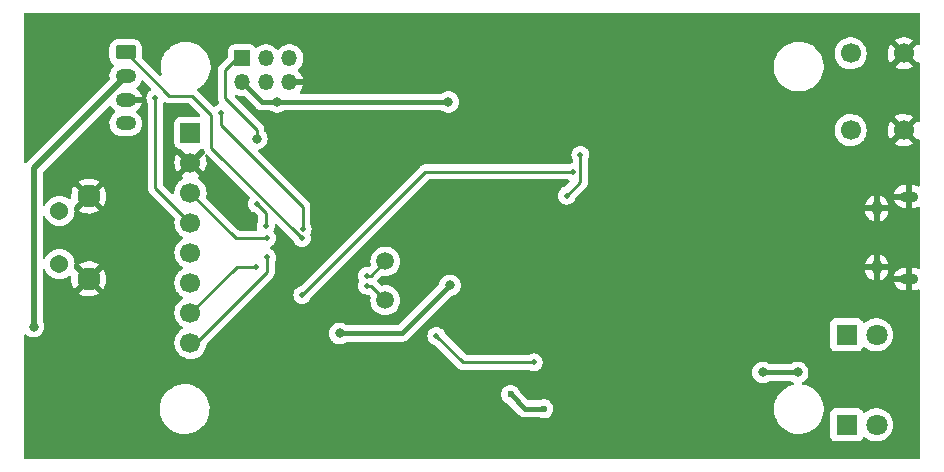
<source format=gtl>
G04 #@! TF.GenerationSoftware,KiCad,Pcbnew,(6.0.0)*
G04 #@! TF.CreationDate,2022-10-17T15:31:20+03:00*
G04 #@! TF.ProjectId,djiFriend,646a6946-7269-4656-9e64-2e6b69636164,rev?*
G04 #@! TF.SameCoordinates,Original*
G04 #@! TF.FileFunction,Copper,L1,Top*
G04 #@! TF.FilePolarity,Positive*
%FSLAX46Y46*%
G04 Gerber Fmt 4.6, Leading zero omitted, Abs format (unit mm)*
G04 Created by KiCad (PCBNEW (6.0.0)) date 2022-10-17 15:31:20*
%MOMM*%
%LPD*%
G01*
G04 APERTURE LIST*
G04 Aperture macros list*
%AMRoundRect*
0 Rectangle with rounded corners*
0 $1 Rounding radius*
0 $2 $3 $4 $5 $6 $7 $8 $9 X,Y pos of 4 corners*
0 Add a 4 corners polygon primitive as box body*
4,1,4,$2,$3,$4,$5,$6,$7,$8,$9,$2,$3,0*
0 Add four circle primitives for the rounded corners*
1,1,$1+$1,$2,$3*
1,1,$1+$1,$4,$5*
1,1,$1+$1,$6,$7*
1,1,$1+$1,$8,$9*
0 Add four rect primitives between the rounded corners*
20,1,$1+$1,$2,$3,$4,$5,0*
20,1,$1+$1,$4,$5,$6,$7,0*
20,1,$1+$1,$6,$7,$8,$9,0*
20,1,$1+$1,$8,$9,$2,$3,0*%
G04 Aperture macros list end*
G04 #@! TA.AperFunction,ComponentPad*
%ADD10C,1.700000*%
G04 #@! TD*
G04 #@! TA.AperFunction,ComponentPad*
%ADD11C,1.540000*%
G04 #@! TD*
G04 #@! TA.AperFunction,ComponentPad*
%ADD12C,1.950000*%
G04 #@! TD*
G04 #@! TA.AperFunction,SMDPad,CuDef*
%ADD13C,1.500000*%
G04 #@! TD*
G04 #@! TA.AperFunction,ComponentPad*
%ADD14R,1.700000X1.700000*%
G04 #@! TD*
G04 #@! TA.AperFunction,ComponentPad*
%ADD15R,1.800000X1.800000*%
G04 #@! TD*
G04 #@! TA.AperFunction,ComponentPad*
%ADD16C,1.800000*%
G04 #@! TD*
G04 #@! TA.AperFunction,ComponentPad*
%ADD17RoundRect,0.250000X-0.625000X0.350000X-0.625000X-0.350000X0.625000X-0.350000X0.625000X0.350000X0*%
G04 #@! TD*
G04 #@! TA.AperFunction,ComponentPad*
%ADD18O,1.750000X1.200000*%
G04 #@! TD*
G04 #@! TA.AperFunction,ComponentPad*
%ADD19R,1.350000X1.350000*%
G04 #@! TD*
G04 #@! TA.AperFunction,ComponentPad*
%ADD20O,1.350000X1.350000*%
G04 #@! TD*
G04 #@! TA.AperFunction,ComponentPad*
%ADD21O,0.950000X1.250000*%
G04 #@! TD*
G04 #@! TA.AperFunction,ComponentPad*
%ADD22O,1.550000X0.890000*%
G04 #@! TD*
G04 #@! TA.AperFunction,ViaPad*
%ADD23C,0.500000*%
G04 #@! TD*
G04 #@! TA.AperFunction,ViaPad*
%ADD24C,0.800000*%
G04 #@! TD*
G04 #@! TA.AperFunction,ViaPad*
%ADD25C,0.600000*%
G04 #@! TD*
G04 #@! TA.AperFunction,Conductor*
%ADD26C,0.406400*%
G04 #@! TD*
G04 #@! TA.AperFunction,Conductor*
%ADD27C,0.508000*%
G04 #@! TD*
G04 #@! TA.AperFunction,Conductor*
%ADD28C,0.254000*%
G04 #@! TD*
G04 APERTURE END LIST*
D10*
X134927600Y-57132200D03*
X134927600Y-50632200D03*
X139427600Y-57132200D03*
X139427600Y-50632200D03*
D11*
X67937200Y-63966000D03*
X67937200Y-68466000D03*
D12*
X70427200Y-69721000D03*
X70427200Y-62711000D03*
D13*
X95529400Y-68249800D03*
X95529400Y-71526400D03*
D14*
X79038800Y-57361800D03*
D10*
X79038800Y-59901800D03*
X79038800Y-62441800D03*
X79038800Y-64981800D03*
X79038800Y-67521800D03*
X79038800Y-70061800D03*
X79038800Y-72601800D03*
X79038800Y-75141800D03*
D15*
X134581800Y-74456200D03*
D16*
X137121800Y-74456200D03*
D15*
X134586800Y-82076200D03*
D16*
X137126800Y-82076200D03*
D17*
X73562200Y-50552000D03*
D18*
X73562200Y-52552000D03*
X73562200Y-54552000D03*
X73562200Y-56552000D03*
D19*
X83412400Y-51062800D03*
D20*
X83412400Y-53062800D03*
X85412400Y-51062800D03*
X85412400Y-53062800D03*
X87412400Y-51062800D03*
X87412400Y-53062800D03*
D21*
X137138800Y-63752000D03*
D22*
X139838800Y-62752000D03*
D21*
X137138800Y-68752000D03*
D22*
X139838800Y-69752000D03*
D23*
X117899000Y-79891800D03*
D24*
X120693002Y-63991388D03*
X114724000Y-82381000D03*
X123393200Y-66167000D03*
D23*
X102735200Y-78113800D03*
D24*
X112285600Y-76818400D03*
D23*
X105435400Y-59690000D03*
D24*
X91660800Y-70697000D03*
X91686200Y-62264200D03*
D23*
X87927000Y-77072400D03*
X120167400Y-65735200D03*
D24*
X112260200Y-82381000D03*
D23*
X121734400Y-83879600D03*
D24*
X91686200Y-65972600D03*
D23*
X120167400Y-62280800D03*
X106189600Y-71408200D03*
X123379900Y-63992750D03*
D24*
X98722000Y-57920800D03*
X114724000Y-76818400D03*
D23*
X100787200Y-59690000D03*
D24*
X100881000Y-54745800D03*
X101008000Y-70265200D03*
X86377600Y-54745800D03*
X91679799Y-74335601D03*
D25*
X106138800Y-79510800D03*
X108958200Y-80730000D03*
D24*
X127500200Y-77631200D03*
X130446600Y-77631200D03*
X65752802Y-73761600D03*
D23*
X99865000Y-74557800D03*
X108094600Y-76793000D03*
X88460400Y-66277400D03*
X88536600Y-65515400D03*
X81627800Y-55685600D03*
X85539400Y-67903000D03*
X84599600Y-68690400D03*
X76065200Y-54415600D03*
X85539400Y-66277400D03*
X85412400Y-65236000D03*
X84650400Y-63356400D03*
D24*
X84650400Y-57869000D03*
D23*
X112057000Y-59216200D03*
X110888600Y-62670600D03*
X88511200Y-71078000D03*
X111447400Y-60664000D03*
X93980000Y-70307200D03*
X93980000Y-69469000D03*
D26*
X100855600Y-54745800D02*
X100881000Y-54745800D01*
X101008000Y-70265200D02*
X96937599Y-74335601D01*
X85095400Y-54745800D02*
X86377600Y-54745800D01*
X86377600Y-54745800D02*
X100855600Y-54745800D01*
X96937599Y-74335601D02*
X91679799Y-74335601D01*
X83412400Y-53062800D02*
X85095400Y-54745800D01*
X108958200Y-80730000D02*
X107358000Y-80730000D01*
X127500200Y-77631200D02*
X130446600Y-77631200D01*
X107358000Y-80730000D02*
X106138800Y-79510800D01*
D27*
X65752800Y-60361400D02*
X73562200Y-52552000D01*
X65752802Y-60361398D02*
X65752802Y-73761600D01*
D28*
X102100200Y-76793000D02*
X108094600Y-76793000D01*
X99865000Y-74557800D02*
X102100200Y-76793000D01*
X77248000Y-54237800D02*
X73562200Y-50552000D01*
X79189400Y-54237800D02*
X77248000Y-54237800D01*
X80815000Y-55863400D02*
X79189400Y-54237800D01*
X88460400Y-66277400D02*
X80815000Y-58632000D01*
X80815000Y-58632000D02*
X80815000Y-55863400D01*
X81653200Y-56727000D02*
X81627800Y-56701600D01*
X88536600Y-63610400D02*
X81780200Y-56854000D01*
X88536600Y-65515400D02*
X88536600Y-63610400D01*
X81780200Y-56854000D02*
X81653200Y-56727000D01*
X81627800Y-56701600D02*
X81627800Y-55685600D01*
X79039000Y-75142000D02*
X79545000Y-75142000D01*
X79038800Y-75141800D02*
X79039000Y-75142000D01*
X85539400Y-69147600D02*
X85539400Y-67903000D01*
X79545000Y-75142000D02*
X85539400Y-69147600D01*
X82950200Y-68690400D02*
X79038800Y-72601800D01*
X84599600Y-68690400D02*
X82950200Y-68690400D01*
X79038800Y-64981800D02*
X76065200Y-62008200D01*
X76065200Y-62008200D02*
X76065200Y-54415600D01*
X85539400Y-66277400D02*
X82874400Y-66277400D01*
X82874400Y-66277400D02*
X79038800Y-62441800D01*
X85412400Y-65236000D02*
X85412400Y-64118400D01*
X81983400Y-52078800D02*
X81983400Y-54415600D01*
X83412400Y-51062800D02*
X82999400Y-51062800D01*
X84650400Y-57082600D02*
X84650400Y-57869000D01*
X82999400Y-51062800D02*
X81983400Y-52078800D01*
X81983400Y-54415600D02*
X84650400Y-57082600D01*
X85412400Y-64118400D02*
X84650400Y-63356400D01*
X112057000Y-61502200D02*
X112057000Y-59216200D01*
X110888600Y-62670600D02*
X112057000Y-61502200D01*
X98925200Y-60664000D02*
X88511200Y-71078000D01*
X111447400Y-60664000D02*
X98925200Y-60664000D01*
X93980000Y-70307200D02*
X94310200Y-70307200D01*
X94310200Y-70307200D02*
X95529400Y-71526400D01*
X94310200Y-69469000D02*
X95529400Y-68249800D01*
X93980000Y-69469000D02*
X94310200Y-69469000D01*
G04 #@! TA.AperFunction,Conductor*
G36*
X140726521Y-47196602D02*
G01*
X140773014Y-47250258D01*
X140784400Y-47302600D01*
X140784400Y-49802506D01*
X140764398Y-49870627D01*
X140710742Y-49917120D01*
X140640468Y-49927224D01*
X140575888Y-49897730D01*
X140571670Y-49892877D01*
X140549977Y-49874195D01*
X140540412Y-49878598D01*
X139799622Y-50619388D01*
X139792008Y-50633332D01*
X139792139Y-50635165D01*
X139796390Y-50641780D01*
X140538074Y-51383464D01*
X140550084Y-51390023D01*
X140576720Y-51369675D01*
X140578293Y-51371735D01*
X140612072Y-51345404D01*
X140682776Y-51338958D01*
X140745740Y-51371761D01*
X140780974Y-51433398D01*
X140784400Y-51462578D01*
X140784400Y-56302506D01*
X140764398Y-56370627D01*
X140710742Y-56417120D01*
X140640468Y-56427224D01*
X140575888Y-56397730D01*
X140571670Y-56392877D01*
X140549977Y-56374195D01*
X140540412Y-56378598D01*
X139799622Y-57119388D01*
X139792008Y-57133332D01*
X139792139Y-57135165D01*
X139796390Y-57141780D01*
X140538074Y-57883464D01*
X140550084Y-57890023D01*
X140576720Y-57869675D01*
X140578293Y-57871735D01*
X140612072Y-57845404D01*
X140682776Y-57838958D01*
X140745740Y-57871761D01*
X140780974Y-57933398D01*
X140784400Y-57962578D01*
X140784400Y-61788161D01*
X140764398Y-61856282D01*
X140710742Y-61902775D01*
X140640468Y-61912879D01*
X140608359Y-61903798D01*
X140464305Y-61841460D01*
X140452193Y-61837618D01*
X140273666Y-61800323D01*
X140264134Y-61799085D01*
X140260911Y-61799000D01*
X140110915Y-61799000D01*
X140095676Y-61803475D01*
X140094471Y-61804865D01*
X140092800Y-61812548D01*
X140092800Y-63686885D01*
X140097275Y-63702124D01*
X140098665Y-63703329D01*
X140106348Y-63705000D01*
X140213992Y-63705000D01*
X140220367Y-63704677D01*
X140355067Y-63690995D01*
X140367507Y-63688441D01*
X140540064Y-63634365D01*
X140551747Y-63629358D01*
X140597313Y-63604100D01*
X140666590Y-63588568D01*
X140733266Y-63612956D01*
X140776173Y-63669520D01*
X140784400Y-63714302D01*
X140784400Y-68788161D01*
X140764398Y-68856282D01*
X140710742Y-68902775D01*
X140640468Y-68912879D01*
X140608359Y-68903798D01*
X140464305Y-68841460D01*
X140452193Y-68837618D01*
X140273666Y-68800323D01*
X140264134Y-68799085D01*
X140260911Y-68799000D01*
X140110915Y-68799000D01*
X140095676Y-68803475D01*
X140094471Y-68804865D01*
X140092800Y-68812548D01*
X140092800Y-70686885D01*
X140097275Y-70702124D01*
X140098665Y-70703329D01*
X140106348Y-70705000D01*
X140213992Y-70705000D01*
X140220367Y-70704677D01*
X140355067Y-70690995D01*
X140367507Y-70688441D01*
X140540064Y-70634365D01*
X140551747Y-70629358D01*
X140597313Y-70604100D01*
X140666590Y-70588568D01*
X140733266Y-70612956D01*
X140776173Y-70669520D01*
X140784400Y-70714302D01*
X140784400Y-84871200D01*
X140764398Y-84939321D01*
X140710742Y-84985814D01*
X140658400Y-84997200D01*
X65066000Y-84997200D01*
X64997879Y-84977198D01*
X64951386Y-84923542D01*
X64940000Y-84871200D01*
X64940000Y-83024334D01*
X133178300Y-83024334D01*
X133185055Y-83086516D01*
X133236185Y-83222905D01*
X133323539Y-83339461D01*
X133440095Y-83426815D01*
X133576484Y-83477945D01*
X133638666Y-83484700D01*
X135534934Y-83484700D01*
X135597116Y-83477945D01*
X135733505Y-83426815D01*
X135850061Y-83339461D01*
X135937415Y-83222905D01*
X135961980Y-83157378D01*
X136004622Y-83100614D01*
X136071183Y-83075914D01*
X136140532Y-83091121D01*
X136160447Y-83104664D01*
X136225524Y-83158692D01*
X136316149Y-83233930D01*
X136516122Y-83350784D01*
X136732494Y-83433409D01*
X136737560Y-83434440D01*
X136737561Y-83434440D01*
X136790646Y-83445240D01*
X136959456Y-83479585D01*
X137088889Y-83484331D01*
X137185749Y-83487883D01*
X137185753Y-83487883D01*
X137190913Y-83488072D01*
X137196033Y-83487416D01*
X137196035Y-83487416D01*
X137269966Y-83477945D01*
X137420647Y-83458642D01*
X137425595Y-83457157D01*
X137425602Y-83457156D01*
X137637547Y-83393569D01*
X137642490Y-83392086D01*
X137723036Y-83352627D01*
X137845849Y-83292462D01*
X137845852Y-83292460D01*
X137850484Y-83290191D01*
X138039043Y-83155694D01*
X138203103Y-82992205D01*
X138338258Y-82804117D01*
X138346104Y-82788243D01*
X138438584Y-82601122D01*
X138438585Y-82601120D01*
X138440878Y-82596480D01*
X138508208Y-82374871D01*
X138538440Y-82145241D01*
X138540127Y-82076200D01*
X138530103Y-81954279D01*
X138521573Y-81850518D01*
X138521572Y-81850512D01*
X138521149Y-81845367D01*
X138464725Y-81620733D01*
X138430839Y-81542800D01*
X138374430Y-81413068D01*
X138374428Y-81413065D01*
X138372370Y-81408331D01*
X138246564Y-81213865D01*
X138222082Y-81186959D01*
X138150028Y-81107773D01*
X138090687Y-81042558D01*
X138086636Y-81039359D01*
X138086632Y-81039355D01*
X137912977Y-80902211D01*
X137912972Y-80902208D01*
X137908923Y-80899010D01*
X137904407Y-80896517D01*
X137904404Y-80896515D01*
X137710679Y-80789573D01*
X137710675Y-80789571D01*
X137706155Y-80787076D01*
X137701286Y-80785352D01*
X137701282Y-80785350D01*
X137492703Y-80711488D01*
X137492699Y-80711487D01*
X137487828Y-80709762D01*
X137482735Y-80708855D01*
X137482732Y-80708854D01*
X137264895Y-80670051D01*
X137264889Y-80670050D01*
X137259806Y-80669145D01*
X137186896Y-80668254D01*
X137033381Y-80666379D01*
X137033379Y-80666379D01*
X137028211Y-80666316D01*
X136799264Y-80701350D01*
X136579114Y-80773306D01*
X136574526Y-80775694D01*
X136574522Y-80775696D01*
X136378261Y-80877863D01*
X136373672Y-80880252D01*
X136369539Y-80883355D01*
X136369536Y-80883357D01*
X136221119Y-80994792D01*
X136188455Y-81019317D01*
X136170970Y-81037614D01*
X136109446Y-81073044D01*
X136038533Y-81069587D01*
X135980747Y-81028341D01*
X135961894Y-80994792D01*
X135940568Y-80937905D01*
X135940567Y-80937903D01*
X135937415Y-80929495D01*
X135850061Y-80812939D01*
X135733505Y-80725585D01*
X135597116Y-80674455D01*
X135534934Y-80667700D01*
X133638666Y-80667700D01*
X133576484Y-80674455D01*
X133440095Y-80725585D01*
X133323539Y-80812939D01*
X133236185Y-80929495D01*
X133185055Y-81065884D01*
X133178300Y-81128066D01*
X133178300Y-83024334D01*
X64940000Y-83024334D01*
X64940000Y-80884503D01*
X76429543Y-80884503D01*
X76430102Y-80888747D01*
X76430102Y-80888751D01*
X76436573Y-80937903D01*
X76467068Y-81169534D01*
X76468201Y-81173674D01*
X76468201Y-81173676D01*
X76488291Y-81247111D01*
X76542929Y-81446836D01*
X76547980Y-81458678D01*
X76584134Y-81543438D01*
X76655723Y-81711276D01*
X76803361Y-81957961D01*
X76983113Y-82182328D01*
X77191651Y-82380223D01*
X77425117Y-82547986D01*
X77428912Y-82549995D01*
X77428913Y-82549996D01*
X77450669Y-82561515D01*
X77679192Y-82682512D01*
X77949173Y-82781311D01*
X78230064Y-82842555D01*
X78258641Y-82844804D01*
X78453082Y-82860107D01*
X78453091Y-82860107D01*
X78455539Y-82860300D01*
X78611071Y-82860300D01*
X78613207Y-82860154D01*
X78613218Y-82860154D01*
X78821348Y-82845965D01*
X78821354Y-82845964D01*
X78825625Y-82845673D01*
X78829820Y-82844804D01*
X78829822Y-82844804D01*
X79006016Y-82808316D01*
X79107142Y-82787374D01*
X79378143Y-82691407D01*
X79466162Y-82645977D01*
X79629805Y-82561515D01*
X79629806Y-82561515D01*
X79633612Y-82559550D01*
X79637113Y-82557089D01*
X79637117Y-82557087D01*
X79751217Y-82476896D01*
X79868823Y-82394241D01*
X79883909Y-82380223D01*
X80076279Y-82201461D01*
X80076281Y-82201458D01*
X80079422Y-82198540D01*
X80261513Y-81976068D01*
X80411727Y-81730942D01*
X80494036Y-81543438D01*
X80525557Y-81471630D01*
X80527283Y-81467698D01*
X80529853Y-81458678D01*
X80599917Y-81212716D01*
X80606044Y-81191206D01*
X80641949Y-80938920D01*
X80645946Y-80910836D01*
X80645946Y-80910834D01*
X80646551Y-80906584D01*
X80646645Y-80888751D01*
X80648035Y-80623383D01*
X80648035Y-80623376D01*
X80648057Y-80619097D01*
X80610532Y-80334066D01*
X80603321Y-80307705D01*
X80556813Y-80137702D01*
X80534671Y-80056764D01*
X80449932Y-79858097D01*
X80423563Y-79796276D01*
X80423561Y-79796272D01*
X80421877Y-79792324D01*
X80274239Y-79545639D01*
X80237227Y-79499440D01*
X105325263Y-79499440D01*
X105342963Y-79679960D01*
X105400218Y-79852073D01*
X105403865Y-79858095D01*
X105403866Y-79858097D01*
X105489574Y-79999618D01*
X105494180Y-80007224D01*
X105499069Y-80012287D01*
X105499070Y-80012288D01*
X105575921Y-80091868D01*
X105620182Y-80137702D01*
X105771959Y-80237022D01*
X105778556Y-80239475D01*
X105778561Y-80239478D01*
X105884034Y-80278703D01*
X105929209Y-80307705D01*
X106834220Y-81212716D01*
X106840074Y-81218982D01*
X106869734Y-81252982D01*
X106878282Y-81262781D01*
X106918594Y-81291112D01*
X106930801Y-81299691D01*
X106936098Y-81303625D01*
X106980634Y-81338546D01*
X106980640Y-81338550D01*
X106986613Y-81343233D01*
X106993534Y-81346358D01*
X106995539Y-81347572D01*
X107010912Y-81356341D01*
X107012996Y-81357459D01*
X107019216Y-81361830D01*
X107026295Y-81364590D01*
X107026297Y-81364591D01*
X107079024Y-81385148D01*
X107085097Y-81387700D01*
X107143609Y-81414120D01*
X107151077Y-81415504D01*
X107153336Y-81416212D01*
X107170318Y-81421049D01*
X107172627Y-81421642D01*
X107179708Y-81424403D01*
X107187237Y-81425394D01*
X107187240Y-81425395D01*
X107243356Y-81432783D01*
X107249870Y-81433815D01*
X107305515Y-81444128D01*
X107305516Y-81444128D01*
X107312983Y-81445512D01*
X107320563Y-81445075D01*
X107320564Y-81445075D01*
X107375470Y-81441909D01*
X107382723Y-81441700D01*
X108534335Y-81441700D01*
X108589106Y-81454748D01*
X108591359Y-81456222D01*
X108693804Y-81494321D01*
X108754758Y-81516990D01*
X108754760Y-81516990D01*
X108761368Y-81519448D01*
X108845195Y-81530633D01*
X108934180Y-81542507D01*
X108934184Y-81542507D01*
X108941161Y-81543438D01*
X108948172Y-81542800D01*
X108948176Y-81542800D01*
X109090659Y-81529832D01*
X109121800Y-81526998D01*
X109128502Y-81524820D01*
X109128504Y-81524820D01*
X109287609Y-81473124D01*
X109287612Y-81473123D01*
X109294308Y-81470947D01*
X109406624Y-81403993D01*
X109444060Y-81381677D01*
X109444062Y-81381676D01*
X109450112Y-81378069D01*
X109581466Y-81252982D01*
X109681843Y-81101902D01*
X109746255Y-80932338D01*
X109747235Y-80925366D01*
X109770948Y-80756639D01*
X109770948Y-80756636D01*
X109771499Y-80752717D01*
X109771816Y-80730000D01*
X109751597Y-80549745D01*
X109691945Y-80378448D01*
X109595826Y-80224624D01*
X109513340Y-80141560D01*
X109472978Y-80100915D01*
X109472974Y-80100912D01*
X109468015Y-80095918D01*
X109314866Y-79998727D01*
X109266192Y-79981395D01*
X109150625Y-79940243D01*
X109150620Y-79940242D01*
X109143990Y-79937881D01*
X109137002Y-79937048D01*
X109136999Y-79937047D01*
X109013898Y-79922368D01*
X108963880Y-79916404D01*
X108956877Y-79917140D01*
X108956876Y-79917140D01*
X108790488Y-79934628D01*
X108790486Y-79934629D01*
X108783488Y-79935364D01*
X108693294Y-79966068D01*
X108618449Y-79991547D01*
X108618446Y-79991548D01*
X108611779Y-79993818D01*
X108605776Y-79997511D01*
X108605774Y-79997512D01*
X108602350Y-79999618D01*
X108599710Y-80000365D01*
X108599404Y-80000509D01*
X108599380Y-80000458D01*
X108536329Y-80018300D01*
X107704986Y-80018300D01*
X107636865Y-79998298D01*
X107615891Y-79981395D01*
X106935054Y-79300558D01*
X106905158Y-79252900D01*
X106874864Y-79165906D01*
X106874862Y-79165903D01*
X106872545Y-79159248D01*
X106850131Y-79123377D01*
X106780159Y-79011398D01*
X106776426Y-79005424D01*
X106729452Y-78958121D01*
X106653578Y-78881715D01*
X106653574Y-78881712D01*
X106648615Y-78876718D01*
X106637497Y-78869662D01*
X106589338Y-78839100D01*
X106495466Y-78779527D01*
X106466263Y-78769128D01*
X106331225Y-78721043D01*
X106331220Y-78721042D01*
X106324590Y-78718681D01*
X106317602Y-78717848D01*
X106317599Y-78717847D01*
X106194498Y-78703168D01*
X106144480Y-78697204D01*
X106137477Y-78697940D01*
X106137476Y-78697940D01*
X105971088Y-78715428D01*
X105971086Y-78715429D01*
X105964088Y-78716164D01*
X105792379Y-78774618D01*
X105786375Y-78778312D01*
X105643895Y-78865966D01*
X105643892Y-78865968D01*
X105637888Y-78869662D01*
X105632853Y-78874593D01*
X105632850Y-78874595D01*
X105513325Y-78991643D01*
X105508293Y-78996571D01*
X105410035Y-79149038D01*
X105407626Y-79155658D01*
X105407624Y-79155661D01*
X105372232Y-79252900D01*
X105347997Y-79319485D01*
X105325263Y-79499440D01*
X80237227Y-79499440D01*
X80094487Y-79321272D01*
X79912990Y-79149038D01*
X79889058Y-79126327D01*
X79889055Y-79126325D01*
X79885949Y-79123377D01*
X79652483Y-78955614D01*
X79630643Y-78944050D01*
X79512912Y-78881715D01*
X79398408Y-78821088D01*
X79128427Y-78722289D01*
X78847536Y-78661045D01*
X78816485Y-78658601D01*
X78624518Y-78643493D01*
X78624509Y-78643493D01*
X78622061Y-78643300D01*
X78466529Y-78643300D01*
X78464393Y-78643446D01*
X78464382Y-78643446D01*
X78256252Y-78657635D01*
X78256246Y-78657636D01*
X78251975Y-78657927D01*
X78247780Y-78658796D01*
X78247778Y-78658796D01*
X78181034Y-78672618D01*
X77970458Y-78716226D01*
X77699457Y-78812193D01*
X77443988Y-78944050D01*
X77440487Y-78946511D01*
X77440483Y-78946513D01*
X77348161Y-79011398D01*
X77208777Y-79109359D01*
X77193692Y-79123377D01*
X77003023Y-79300558D01*
X76998178Y-79305060D01*
X76816087Y-79527532D01*
X76665873Y-79772658D01*
X76550317Y-80035902D01*
X76549142Y-80040029D01*
X76549141Y-80040030D01*
X76522762Y-80132634D01*
X76471556Y-80312394D01*
X76461208Y-80385106D01*
X76437777Y-80549745D01*
X76431049Y-80597016D01*
X76431027Y-80601305D01*
X76431026Y-80601312D01*
X76429565Y-80880217D01*
X76429543Y-80884503D01*
X64940000Y-80884503D01*
X64940000Y-77631200D01*
X126586696Y-77631200D01*
X126606658Y-77821128D01*
X126665673Y-78002756D01*
X126761160Y-78168144D01*
X126888947Y-78310066D01*
X127043448Y-78422318D01*
X127049476Y-78425002D01*
X127049478Y-78425003D01*
X127070591Y-78434403D01*
X127217912Y-78499994D01*
X127311313Y-78519847D01*
X127398256Y-78538328D01*
X127398261Y-78538328D01*
X127404713Y-78539700D01*
X127595687Y-78539700D01*
X127602139Y-78538328D01*
X127602144Y-78538328D01*
X127689087Y-78519847D01*
X127782488Y-78499994D01*
X127929809Y-78434403D01*
X127950922Y-78425003D01*
X127950924Y-78425002D01*
X127956952Y-78422318D01*
X128033140Y-78366964D01*
X128100008Y-78343106D01*
X128107201Y-78342900D01*
X129839599Y-78342900D01*
X129907720Y-78362902D01*
X129913660Y-78366964D01*
X129989848Y-78422318D01*
X129995876Y-78425002D01*
X129995878Y-78425003D01*
X130076808Y-78461035D01*
X130130904Y-78507015D01*
X130151553Y-78574942D01*
X130132201Y-78643250D01*
X130078990Y-78690252D01*
X130051111Y-78699524D01*
X129970458Y-78716226D01*
X129699457Y-78812193D01*
X129443988Y-78944050D01*
X129440487Y-78946511D01*
X129440483Y-78946513D01*
X129348161Y-79011398D01*
X129208777Y-79109359D01*
X129193692Y-79123377D01*
X129003023Y-79300558D01*
X128998178Y-79305060D01*
X128816087Y-79527532D01*
X128665873Y-79772658D01*
X128550317Y-80035902D01*
X128549142Y-80040029D01*
X128549141Y-80040030D01*
X128522762Y-80132634D01*
X128471556Y-80312394D01*
X128461208Y-80385106D01*
X128437777Y-80549745D01*
X128431049Y-80597016D01*
X128431027Y-80601305D01*
X128431026Y-80601312D01*
X128429565Y-80880217D01*
X128429543Y-80884503D01*
X128430102Y-80888747D01*
X128430102Y-80888751D01*
X128436573Y-80937903D01*
X128467068Y-81169534D01*
X128468201Y-81173674D01*
X128468201Y-81173676D01*
X128488291Y-81247111D01*
X128542929Y-81446836D01*
X128547980Y-81458678D01*
X128584134Y-81543438D01*
X128655723Y-81711276D01*
X128803361Y-81957961D01*
X128983113Y-82182328D01*
X129191651Y-82380223D01*
X129425117Y-82547986D01*
X129428912Y-82549995D01*
X129428913Y-82549996D01*
X129450669Y-82561515D01*
X129679192Y-82682512D01*
X129949173Y-82781311D01*
X130230064Y-82842555D01*
X130258641Y-82844804D01*
X130453082Y-82860107D01*
X130453091Y-82860107D01*
X130455539Y-82860300D01*
X130611071Y-82860300D01*
X130613207Y-82860154D01*
X130613218Y-82860154D01*
X130821348Y-82845965D01*
X130821354Y-82845964D01*
X130825625Y-82845673D01*
X130829820Y-82844804D01*
X130829822Y-82844804D01*
X131006016Y-82808316D01*
X131107142Y-82787374D01*
X131378143Y-82691407D01*
X131466162Y-82645977D01*
X131629805Y-82561515D01*
X131629806Y-82561515D01*
X131633612Y-82559550D01*
X131637113Y-82557089D01*
X131637117Y-82557087D01*
X131751217Y-82476896D01*
X131868823Y-82394241D01*
X131883909Y-82380223D01*
X132076279Y-82201461D01*
X132076281Y-82201458D01*
X132079422Y-82198540D01*
X132261513Y-81976068D01*
X132411727Y-81730942D01*
X132494036Y-81543438D01*
X132525557Y-81471630D01*
X132527283Y-81467698D01*
X132529853Y-81458678D01*
X132599917Y-81212716D01*
X132606044Y-81191206D01*
X132641949Y-80938920D01*
X132645946Y-80910836D01*
X132645946Y-80910834D01*
X132646551Y-80906584D01*
X132646645Y-80888751D01*
X132648035Y-80623383D01*
X132648035Y-80623376D01*
X132648057Y-80619097D01*
X132610532Y-80334066D01*
X132603321Y-80307705D01*
X132556813Y-80137702D01*
X132534671Y-80056764D01*
X132449932Y-79858097D01*
X132423563Y-79796276D01*
X132423561Y-79796272D01*
X132421877Y-79792324D01*
X132274239Y-79545639D01*
X132094487Y-79321272D01*
X131912990Y-79149038D01*
X131889058Y-79126327D01*
X131889055Y-79126325D01*
X131885949Y-79123377D01*
X131652483Y-78955614D01*
X131630643Y-78944050D01*
X131512912Y-78881715D01*
X131398408Y-78821088D01*
X131128427Y-78722289D01*
X130900615Y-78672618D01*
X130838319Y-78638563D01*
X130804324Y-78576235D01*
X130809422Y-78505421D01*
X130851996Y-78448606D01*
X130876209Y-78434403D01*
X130897319Y-78425004D01*
X130897321Y-78425003D01*
X130903352Y-78422318D01*
X131057853Y-78310066D01*
X131185640Y-78168144D01*
X131281127Y-78002756D01*
X131340142Y-77821128D01*
X131360104Y-77631200D01*
X131349849Y-77533626D01*
X131340832Y-77447835D01*
X131340832Y-77447833D01*
X131340142Y-77441272D01*
X131281127Y-77259644D01*
X131274454Y-77248085D01*
X131188941Y-77099974D01*
X131185640Y-77094256D01*
X131079023Y-76975845D01*
X131062275Y-76957245D01*
X131062274Y-76957244D01*
X131057853Y-76952334D01*
X130903352Y-76840082D01*
X130897324Y-76837398D01*
X130897322Y-76837397D01*
X130734919Y-76765091D01*
X130734918Y-76765091D01*
X130728888Y-76762406D01*
X130635487Y-76742553D01*
X130548544Y-76724072D01*
X130548539Y-76724072D01*
X130542087Y-76722700D01*
X130351113Y-76722700D01*
X130344661Y-76724072D01*
X130344656Y-76724072D01*
X130257713Y-76742553D01*
X130164312Y-76762406D01*
X130158282Y-76765091D01*
X130158281Y-76765091D01*
X129995878Y-76837397D01*
X129995876Y-76837398D01*
X129989848Y-76840082D01*
X129984507Y-76843962D01*
X129984506Y-76843963D01*
X129913660Y-76895436D01*
X129846792Y-76919294D01*
X129839599Y-76919500D01*
X128107201Y-76919500D01*
X128039080Y-76899498D01*
X128033140Y-76895436D01*
X127962294Y-76843963D01*
X127962293Y-76843962D01*
X127956952Y-76840082D01*
X127950924Y-76837398D01*
X127950922Y-76837397D01*
X127788519Y-76765091D01*
X127788518Y-76765091D01*
X127782488Y-76762406D01*
X127689087Y-76742553D01*
X127602144Y-76724072D01*
X127602139Y-76724072D01*
X127595687Y-76722700D01*
X127404713Y-76722700D01*
X127398261Y-76724072D01*
X127398256Y-76724072D01*
X127311313Y-76742553D01*
X127217912Y-76762406D01*
X127211882Y-76765091D01*
X127211881Y-76765091D01*
X127049478Y-76837397D01*
X127049476Y-76837398D01*
X127043448Y-76840082D01*
X126888947Y-76952334D01*
X126884526Y-76957244D01*
X126884525Y-76957245D01*
X126867778Y-76975845D01*
X126761160Y-77094256D01*
X126757859Y-77099974D01*
X126672347Y-77248085D01*
X126665673Y-77259644D01*
X126606658Y-77441272D01*
X126605968Y-77447833D01*
X126605968Y-77447835D01*
X126596951Y-77533626D01*
X126586696Y-77631200D01*
X64940000Y-77631200D01*
X64940000Y-74541062D01*
X64960002Y-74472941D01*
X65013658Y-74426448D01*
X65083932Y-74416344D01*
X65139999Y-74442600D01*
X65141549Y-74440466D01*
X65288377Y-74547143D01*
X65296050Y-74552718D01*
X65302078Y-74555402D01*
X65302080Y-74555403D01*
X65464483Y-74627709D01*
X65470514Y-74630394D01*
X65563915Y-74650247D01*
X65650858Y-74668728D01*
X65650863Y-74668728D01*
X65657315Y-74670100D01*
X65848289Y-74670100D01*
X65854741Y-74668728D01*
X65854746Y-74668728D01*
X65941689Y-74650247D01*
X66035090Y-74630394D01*
X66041121Y-74627709D01*
X66203524Y-74555403D01*
X66203526Y-74555402D01*
X66209554Y-74552718D01*
X66217228Y-74547143D01*
X66325497Y-74468480D01*
X66364055Y-74440466D01*
X66395758Y-74405256D01*
X66487423Y-74303452D01*
X66487424Y-74303451D01*
X66491842Y-74298544D01*
X66587329Y-74133156D01*
X66646344Y-73951528D01*
X66654811Y-73870974D01*
X66665616Y-73768165D01*
X66666306Y-73761600D01*
X66653838Y-73642973D01*
X66647034Y-73578235D01*
X66647034Y-73578233D01*
X66646344Y-73571672D01*
X66587329Y-73390044D01*
X66532183Y-73294528D01*
X66515302Y-73231529D01*
X66515302Y-70937624D01*
X69575821Y-70937624D01*
X69580188Y-70943774D01*
X69779763Y-71060397D01*
X69789046Y-71064844D01*
X70007207Y-71148152D01*
X70017105Y-71151028D01*
X70245944Y-71197585D01*
X70256172Y-71198804D01*
X70489540Y-71207362D01*
X70499826Y-71206895D01*
X70731462Y-71177222D01*
X70741540Y-71175080D01*
X70965214Y-71107974D01*
X70974812Y-71104212D01*
X71184524Y-71001476D01*
X71193369Y-70996203D01*
X71266069Y-70944347D01*
X71274470Y-70933646D01*
X71267483Y-70920493D01*
X70440012Y-70093022D01*
X70426068Y-70085408D01*
X70424235Y-70085539D01*
X70417620Y-70089790D01*
X69583081Y-70924329D01*
X69575821Y-70937624D01*
X66515302Y-70937624D01*
X66515302Y-69010268D01*
X66535304Y-68942147D01*
X66588960Y-68895654D01*
X66659234Y-68885550D01*
X66723814Y-68915044D01*
X66755497Y-68957018D01*
X66761348Y-68969565D01*
X66823431Y-69102705D01*
X66823434Y-69102710D01*
X66825757Y-69107692D01*
X66845741Y-69136232D01*
X66950010Y-69285143D01*
X66954071Y-69290943D01*
X67112257Y-69449129D01*
X67116765Y-69452286D01*
X67116768Y-69452288D01*
X67173676Y-69492135D01*
X67295508Y-69577443D01*
X67300490Y-69579766D01*
X67300495Y-69579769D01*
X67388252Y-69620690D01*
X67498257Y-69671986D01*
X67714343Y-69729887D01*
X67937200Y-69749384D01*
X68160057Y-69729887D01*
X68376143Y-69671986D01*
X68486148Y-69620690D01*
X68573905Y-69579769D01*
X68573910Y-69579766D01*
X68578892Y-69577443D01*
X68587380Y-69571500D01*
X68754110Y-69454754D01*
X68821384Y-69432066D01*
X68890245Y-69449351D01*
X68938829Y-69501121D01*
X68951668Y-69571356D01*
X68940110Y-69679510D01*
X68939858Y-69689799D01*
X68953302Y-69922942D01*
X68954735Y-69933144D01*
X69006073Y-70160949D01*
X69009156Y-70170789D01*
X69097014Y-70387156D01*
X69101657Y-70396347D01*
X69202755Y-70561325D01*
X69213211Y-70570785D01*
X69221989Y-70567001D01*
X70055178Y-69733812D01*
X70061556Y-69722132D01*
X70791608Y-69722132D01*
X70791739Y-69723965D01*
X70795990Y-69730580D01*
X71627245Y-70561835D01*
X71639255Y-70568394D01*
X71650994Y-70559426D01*
X71699718Y-70491619D01*
X71705029Y-70482780D01*
X71808491Y-70273442D01*
X71812289Y-70263849D01*
X71880174Y-70040413D01*
X71882351Y-70030343D01*
X71913069Y-69797015D01*
X71913588Y-69790340D01*
X71915201Y-69724364D01*
X71915007Y-69717647D01*
X71895725Y-69483108D01*
X71894042Y-69472946D01*
X71837152Y-69246453D01*
X71833834Y-69236706D01*
X71740713Y-69022542D01*
X71735846Y-69013467D01*
X71650665Y-68881796D01*
X71639979Y-68872593D01*
X71630414Y-68876996D01*
X70799222Y-69708188D01*
X70791608Y-69722132D01*
X70061556Y-69722132D01*
X70062792Y-69719868D01*
X70062661Y-69718035D01*
X70058410Y-69711420D01*
X69217607Y-68870617D01*
X69183581Y-68808305D01*
X69184996Y-68748909D01*
X69199663Y-68694174D01*
X69199664Y-68694166D01*
X69201087Y-68688857D01*
X69216897Y-68508142D01*
X69579138Y-68508142D01*
X69585884Y-68520474D01*
X70414388Y-69348978D01*
X70428332Y-69356592D01*
X70430165Y-69356461D01*
X70436780Y-69352210D01*
X71269591Y-68519399D01*
X71276612Y-68506543D01*
X71268839Y-68495875D01*
X71254748Y-68484746D01*
X71246170Y-68479047D01*
X71041726Y-68366189D01*
X71032326Y-68361964D01*
X70812193Y-68284011D01*
X70802236Y-68281381D01*
X70572329Y-68240427D01*
X70562078Y-68239458D01*
X70328567Y-68236605D01*
X70318283Y-68237325D01*
X70087453Y-68272647D01*
X70077425Y-68275036D01*
X69855463Y-68347584D01*
X69845953Y-68351581D01*
X69638824Y-68459405D01*
X69630104Y-68464897D01*
X69587591Y-68496817D01*
X69579138Y-68508142D01*
X69216897Y-68508142D01*
X69220584Y-68466000D01*
X69201087Y-68243143D01*
X69143186Y-68027057D01*
X69080368Y-67892343D01*
X69050969Y-67829295D01*
X69050966Y-67829290D01*
X69048643Y-67824308D01*
X68943600Y-67674291D01*
X68923488Y-67645568D01*
X68923486Y-67645565D01*
X68920329Y-67641057D01*
X68762143Y-67482871D01*
X68757635Y-67479714D01*
X68757632Y-67479712D01*
X68666139Y-67415648D01*
X68578892Y-67354557D01*
X68573910Y-67352234D01*
X68573905Y-67352231D01*
X68449331Y-67294142D01*
X68376143Y-67260014D01*
X68160057Y-67202113D01*
X67937200Y-67182616D01*
X67714343Y-67202113D01*
X67498257Y-67260014D01*
X67425069Y-67294142D01*
X67300495Y-67352231D01*
X67300490Y-67352234D01*
X67295508Y-67354557D01*
X67208261Y-67415648D01*
X67116768Y-67479712D01*
X67116765Y-67479714D01*
X67112257Y-67482871D01*
X66954071Y-67641057D01*
X66950914Y-67645565D01*
X66950912Y-67645568D01*
X66930800Y-67674291D01*
X66825757Y-67824308D01*
X66823434Y-67829290D01*
X66823431Y-67829295D01*
X66755497Y-67974982D01*
X66708580Y-68028267D01*
X66640303Y-68047728D01*
X66572343Y-68027186D01*
X66526277Y-67973164D01*
X66515302Y-67921732D01*
X66515302Y-64510268D01*
X66535304Y-64442147D01*
X66588960Y-64395654D01*
X66659234Y-64385550D01*
X66723814Y-64415044D01*
X66755497Y-64457018D01*
X66823431Y-64602705D01*
X66823434Y-64602710D01*
X66825757Y-64607692D01*
X66862830Y-64660637D01*
X66934948Y-64763632D01*
X66954071Y-64790943D01*
X67112257Y-64949129D01*
X67116765Y-64952286D01*
X67116768Y-64952288D01*
X67118715Y-64953651D01*
X67295508Y-65077443D01*
X67300490Y-65079766D01*
X67300495Y-65079769D01*
X67348846Y-65102315D01*
X67498257Y-65171986D01*
X67714343Y-65229887D01*
X67937200Y-65249384D01*
X68160057Y-65229887D01*
X68376143Y-65171986D01*
X68525554Y-65102315D01*
X68573905Y-65079769D01*
X68573910Y-65079766D01*
X68578892Y-65077443D01*
X68755685Y-64953651D01*
X68757632Y-64952288D01*
X68757635Y-64952286D01*
X68762143Y-64949129D01*
X68920329Y-64790943D01*
X68939453Y-64763632D01*
X69011570Y-64660637D01*
X69048643Y-64607692D01*
X69050966Y-64602710D01*
X69050969Y-64602705D01*
X69118903Y-64457018D01*
X69143186Y-64404943D01*
X69201087Y-64188857D01*
X69220584Y-63966000D01*
X69217227Y-63927624D01*
X69575821Y-63927624D01*
X69580188Y-63933774D01*
X69779763Y-64050397D01*
X69789046Y-64054844D01*
X70007207Y-64138152D01*
X70017105Y-64141028D01*
X70245944Y-64187585D01*
X70256172Y-64188804D01*
X70489540Y-64197362D01*
X70499826Y-64196895D01*
X70731462Y-64167222D01*
X70741540Y-64165080D01*
X70965214Y-64097974D01*
X70974812Y-64094212D01*
X71184524Y-63991476D01*
X71193369Y-63986203D01*
X71266069Y-63934347D01*
X71274470Y-63923646D01*
X71267483Y-63910493D01*
X70440012Y-63083022D01*
X70426068Y-63075408D01*
X70424235Y-63075539D01*
X70417620Y-63079790D01*
X69583081Y-63914329D01*
X69575821Y-63927624D01*
X69217227Y-63927624D01*
X69201087Y-63743143D01*
X69199664Y-63737834D01*
X69199663Y-63737826D01*
X69184996Y-63683091D01*
X69186684Y-63612114D01*
X69217607Y-63561383D01*
X70055178Y-62723812D01*
X70061556Y-62712132D01*
X70791608Y-62712132D01*
X70791739Y-62713965D01*
X70795990Y-62720580D01*
X71627245Y-63551835D01*
X71639255Y-63558394D01*
X71650994Y-63549426D01*
X71699718Y-63481619D01*
X71705029Y-63472780D01*
X71808491Y-63263442D01*
X71812289Y-63253849D01*
X71880174Y-63030413D01*
X71882351Y-63020343D01*
X71913069Y-62787015D01*
X71913588Y-62780340D01*
X71915201Y-62714364D01*
X71915007Y-62707647D01*
X71895725Y-62473108D01*
X71894042Y-62462946D01*
X71837152Y-62236453D01*
X71833834Y-62226706D01*
X71740713Y-62012542D01*
X71735846Y-62003467D01*
X71650665Y-61871796D01*
X71639979Y-61862593D01*
X71630414Y-61866996D01*
X70799222Y-62698188D01*
X70791608Y-62712132D01*
X70061556Y-62712132D01*
X70062792Y-62709868D01*
X70062661Y-62708035D01*
X70058410Y-62701420D01*
X69227092Y-61870102D01*
X69215556Y-61863802D01*
X69203273Y-61873426D01*
X69136236Y-61971698D01*
X69131143Y-61980662D01*
X69032819Y-62192483D01*
X69029262Y-62202151D01*
X68966857Y-62427178D01*
X68964926Y-62437298D01*
X68940110Y-62669510D01*
X68939858Y-62679799D01*
X68950575Y-62865662D01*
X68934527Y-62934821D01*
X68883637Y-62984326D01*
X68814061Y-62998458D01*
X68752513Y-62976128D01*
X68718035Y-62951986D01*
X68578892Y-62854557D01*
X68573910Y-62852234D01*
X68573905Y-62852231D01*
X68395885Y-62769220D01*
X68376143Y-62760014D01*
X68160057Y-62702113D01*
X67937200Y-62682616D01*
X67714343Y-62702113D01*
X67498257Y-62760014D01*
X67478515Y-62769220D01*
X67300495Y-62852231D01*
X67300490Y-62852234D01*
X67295508Y-62854557D01*
X67266611Y-62874791D01*
X67116768Y-62979712D01*
X67116765Y-62979714D01*
X67112257Y-62982871D01*
X66954071Y-63141057D01*
X66950914Y-63145565D01*
X66950912Y-63145568D01*
X66933597Y-63170297D01*
X66825757Y-63324308D01*
X66823434Y-63329290D01*
X66823431Y-63329295D01*
X66755497Y-63474982D01*
X66708580Y-63528267D01*
X66640303Y-63547728D01*
X66572343Y-63527186D01*
X66526277Y-63473164D01*
X66515302Y-63421732D01*
X66515302Y-61498142D01*
X69579138Y-61498142D01*
X69585884Y-61510474D01*
X70414388Y-62338978D01*
X70428332Y-62346592D01*
X70430165Y-62346461D01*
X70436780Y-62342210D01*
X71269591Y-61509399D01*
X71276612Y-61496543D01*
X71268839Y-61485875D01*
X71254748Y-61474746D01*
X71246170Y-61469047D01*
X71041726Y-61356189D01*
X71032326Y-61351964D01*
X70812193Y-61274011D01*
X70802236Y-61271381D01*
X70572329Y-61230427D01*
X70562078Y-61229458D01*
X70328567Y-61226605D01*
X70318283Y-61227325D01*
X70087453Y-61262647D01*
X70077425Y-61265036D01*
X69855463Y-61337584D01*
X69845953Y-61341581D01*
X69638824Y-61449405D01*
X69630104Y-61454897D01*
X69587591Y-61486817D01*
X69579138Y-61498142D01*
X66515302Y-61498142D01*
X66515302Y-60729426D01*
X66535304Y-60661305D01*
X66552207Y-60640331D01*
X72120022Y-55072516D01*
X72182334Y-55038490D01*
X72253149Y-55043555D01*
X72309985Y-55086102D01*
X72318348Y-55098806D01*
X72325775Y-55111723D01*
X72441168Y-55274397D01*
X72448961Y-55283425D01*
X72593031Y-55421342D01*
X72602400Y-55428741D01*
X72629777Y-55446418D01*
X72676155Y-55500172D01*
X72686109Y-55570468D01*
X72656478Y-55634985D01*
X72639263Y-55651356D01*
X72519280Y-55745604D01*
X72515348Y-55750135D01*
X72515345Y-55750138D01*
X72398664Y-55884601D01*
X72380648Y-55905363D01*
X72377648Y-55910549D01*
X72377645Y-55910553D01*
X72313774Y-56020958D01*
X72274727Y-56088454D01*
X72205339Y-56288271D01*
X72204478Y-56294206D01*
X72204478Y-56294208D01*
X72176374Y-56488040D01*
X72174987Y-56497604D01*
X72184767Y-56708899D01*
X72186171Y-56714724D01*
X72186171Y-56714725D01*
X72224046Y-56871881D01*
X72234325Y-56914534D01*
X72236807Y-56919992D01*
X72236808Y-56919996D01*
X72280253Y-57015546D01*
X72321874Y-57107087D01*
X72444254Y-57279611D01*
X72597050Y-57425881D01*
X72774748Y-57540620D01*
X72780314Y-57542863D01*
X72965368Y-57617442D01*
X72965371Y-57617443D01*
X72970937Y-57619686D01*
X73178537Y-57660228D01*
X73184099Y-57660500D01*
X73890046Y-57660500D01*
X74047766Y-57645452D01*
X74250734Y-57585908D01*
X74330890Y-57544625D01*
X74433449Y-57491804D01*
X74433452Y-57491802D01*
X74438780Y-57489058D01*
X74605120Y-57358396D01*
X74609052Y-57353865D01*
X74609055Y-57353862D01*
X74739821Y-57203167D01*
X74743752Y-57198637D01*
X74746752Y-57193451D01*
X74746755Y-57193447D01*
X74846667Y-57020742D01*
X74849673Y-57015546D01*
X74919061Y-56815729D01*
X74921029Y-56802154D01*
X74948552Y-56612336D01*
X74948552Y-56612333D01*
X74949413Y-56606396D01*
X74939633Y-56395101D01*
X74890075Y-56189466D01*
X74866608Y-56137852D01*
X74816621Y-56027914D01*
X74802526Y-55996913D01*
X74680146Y-55824389D01*
X74527350Y-55678119D01*
X74522319Y-55674870D01*
X74522312Y-55674865D01*
X74494593Y-55656967D01*
X74448216Y-55603211D01*
X74438263Y-55532915D01*
X74467896Y-55468398D01*
X74485109Y-55452030D01*
X74600057Y-55361738D01*
X74608706Y-55353501D01*
X74739412Y-55202877D01*
X74746347Y-55193153D01*
X74846210Y-55020533D01*
X74851184Y-55009669D01*
X74916607Y-54821273D01*
X74916848Y-54820284D01*
X74915380Y-54809992D01*
X74901815Y-54806000D01*
X73434200Y-54806000D01*
X73366079Y-54785998D01*
X73319586Y-54732342D01*
X73308200Y-54680000D01*
X73308200Y-54424000D01*
X73328202Y-54355879D01*
X73381858Y-54309386D01*
X73434200Y-54298000D01*
X74897602Y-54298000D01*
X74911133Y-54294027D01*
X74912488Y-54284601D01*
X74891006Y-54195463D01*
X74887117Y-54184168D01*
X74804571Y-54002618D01*
X74798624Y-53992276D01*
X74683232Y-53829603D01*
X74675439Y-53820575D01*
X74531369Y-53682658D01*
X74522000Y-53675259D01*
X74494623Y-53657582D01*
X74448245Y-53603828D01*
X74438291Y-53533532D01*
X74467922Y-53469015D01*
X74485137Y-53452644D01*
X74577333Y-53380223D01*
X74605120Y-53358396D01*
X74609052Y-53353865D01*
X74609055Y-53353862D01*
X74739821Y-53203167D01*
X74743752Y-53198637D01*
X74746752Y-53193451D01*
X74746755Y-53193447D01*
X74846667Y-53020742D01*
X74849673Y-53015546D01*
X74855203Y-52999622D01*
X74896443Y-52941832D01*
X74962380Y-52915512D01*
X75032080Y-52929018D01*
X75063326Y-52951858D01*
X75686954Y-53575486D01*
X75720980Y-53637798D01*
X75715915Y-53708613D01*
X75673368Y-53765449D01*
X75663882Y-53771898D01*
X75601268Y-53810419D01*
X75601265Y-53810422D01*
X75595266Y-53814112D01*
X75473686Y-53933173D01*
X75469875Y-53939087D01*
X75469873Y-53939089D01*
X75421533Y-54014098D01*
X75381504Y-54076210D01*
X75379094Y-54082832D01*
X75338461Y-54194471D01*
X75323303Y-54236116D01*
X75301975Y-54404943D01*
X75318581Y-54574299D01*
X75372294Y-54735767D01*
X75389697Y-54764502D01*
X75411476Y-54800464D01*
X75429700Y-54865736D01*
X75429700Y-61929180D01*
X75429170Y-61940414D01*
X75427492Y-61947919D01*
X75429166Y-62001177D01*
X75429638Y-62016212D01*
X75429700Y-62020169D01*
X75429700Y-62048183D01*
X75430196Y-62052108D01*
X75430196Y-62052109D01*
X75430208Y-62052204D01*
X75431141Y-62064049D01*
X75432535Y-62108405D01*
X75434747Y-62116017D01*
X75438213Y-62127948D01*
X75442223Y-62147312D01*
X75444773Y-62167499D01*
X75447689Y-62174863D01*
X75447690Y-62174868D01*
X75461107Y-62208756D01*
X75464952Y-62219985D01*
X75477331Y-62262593D01*
X75481369Y-62269420D01*
X75481370Y-62269423D01*
X75487688Y-62280106D01*
X75496388Y-62297864D01*
X75500961Y-62309415D01*
X75500965Y-62309421D01*
X75503881Y-62316788D01*
X75508539Y-62323199D01*
X75508540Y-62323201D01*
X75529964Y-62352688D01*
X75536481Y-62362610D01*
X75555026Y-62393968D01*
X75555029Y-62393972D01*
X75559066Y-62400798D01*
X75573450Y-62415182D01*
X75586291Y-62430216D01*
X75592039Y-62438128D01*
X75598258Y-62446687D01*
X75604366Y-62451740D01*
X75632455Y-62474977D01*
X75641235Y-62482967D01*
X77687964Y-64529696D01*
X77721990Y-64592008D01*
X77720286Y-64652462D01*
X77699789Y-64726370D01*
X77699241Y-64731500D01*
X77699240Y-64731504D01*
X77695807Y-64763632D01*
X77676051Y-64948495D01*
X77676348Y-64953648D01*
X77676348Y-64953651D01*
X77684843Y-65100984D01*
X77688910Y-65171515D01*
X77690047Y-65176561D01*
X77690048Y-65176567D01*
X77704335Y-65239961D01*
X77738022Y-65389439D01*
X77796221Y-65532766D01*
X77817391Y-65584902D01*
X77822066Y-65596416D01*
X77841110Y-65627493D01*
X77922753Y-65760722D01*
X77938787Y-65786888D01*
X78085050Y-65955738D01*
X78256926Y-66098432D01*
X78285777Y-66115291D01*
X78330245Y-66141276D01*
X78378969Y-66192914D01*
X78392040Y-66262697D01*
X78365309Y-66328469D01*
X78324855Y-66361827D01*
X78312407Y-66368307D01*
X78308274Y-66371410D01*
X78308271Y-66371412D01*
X78137900Y-66499330D01*
X78133765Y-66502435D01*
X77979429Y-66663938D01*
X77976515Y-66668210D01*
X77976514Y-66668211D01*
X77958638Y-66694417D01*
X77853543Y-66848480D01*
X77814093Y-66933468D01*
X77764396Y-67040532D01*
X77759488Y-67051105D01*
X77699789Y-67266370D01*
X77676051Y-67488495D01*
X77676348Y-67493648D01*
X77676348Y-67493651D01*
X77685463Y-67651725D01*
X77688910Y-67711515D01*
X77690047Y-67716561D01*
X77690048Y-67716567D01*
X77701635Y-67767979D01*
X77738022Y-67929439D01*
X77781380Y-68036217D01*
X77819088Y-68129081D01*
X77822066Y-68136416D01*
X77854827Y-68189877D01*
X77891548Y-68249800D01*
X77938787Y-68326888D01*
X78085050Y-68495738D01*
X78256926Y-68638432D01*
X78322183Y-68676565D01*
X78330245Y-68681276D01*
X78378969Y-68732914D01*
X78392040Y-68802697D01*
X78365309Y-68868469D01*
X78324855Y-68901827D01*
X78312407Y-68908307D01*
X78308274Y-68911410D01*
X78308271Y-68911412D01*
X78158165Y-69024115D01*
X78133765Y-69042435D01*
X78084172Y-69094331D01*
X78021581Y-69159829D01*
X77979429Y-69203938D01*
X77976515Y-69208210D01*
X77976514Y-69208211D01*
X77933784Y-69270851D01*
X77853543Y-69388480D01*
X77822780Y-69454754D01*
X77761703Y-69586334D01*
X77759488Y-69591105D01*
X77699789Y-69806370D01*
X77676051Y-70028495D01*
X77676348Y-70033648D01*
X77676348Y-70033651D01*
X77683976Y-70165936D01*
X77688910Y-70251515D01*
X77690047Y-70256561D01*
X77690048Y-70256567D01*
X77708051Y-70336450D01*
X77738022Y-70469439D01*
X77787269Y-70590720D01*
X77817992Y-70666382D01*
X77822066Y-70676416D01*
X77845319Y-70714362D01*
X77902120Y-70807052D01*
X77938787Y-70866888D01*
X78085050Y-71035738D01*
X78256926Y-71178432D01*
X78305635Y-71206895D01*
X78330245Y-71221276D01*
X78378969Y-71272914D01*
X78392040Y-71342697D01*
X78365309Y-71408469D01*
X78324855Y-71441827D01*
X78312407Y-71448307D01*
X78308274Y-71451410D01*
X78308271Y-71451412D01*
X78145668Y-71573498D01*
X78133765Y-71582435D01*
X77979429Y-71743938D01*
X77976515Y-71748210D01*
X77976514Y-71748211D01*
X77913563Y-71840494D01*
X77853543Y-71928480D01*
X77759488Y-72131105D01*
X77699789Y-72346370D01*
X77676051Y-72568495D01*
X77676348Y-72573648D01*
X77676348Y-72573651D01*
X77681811Y-72668390D01*
X77688910Y-72791515D01*
X77690047Y-72796561D01*
X77690048Y-72796567D01*
X77709919Y-72884739D01*
X77738022Y-73009439D01*
X77775783Y-73102433D01*
X77815449Y-73200119D01*
X77822066Y-73216416D01*
X77824765Y-73220820D01*
X77934148Y-73399317D01*
X77938787Y-73406888D01*
X78085050Y-73575738D01*
X78256926Y-73718432D01*
X78319565Y-73755035D01*
X78330245Y-73761276D01*
X78378969Y-73812914D01*
X78392040Y-73882697D01*
X78365309Y-73948469D01*
X78324855Y-73981827D01*
X78312407Y-73988307D01*
X78308274Y-73991410D01*
X78308271Y-73991412D01*
X78192041Y-74078680D01*
X78133765Y-74122435D01*
X78087561Y-74170785D01*
X78026534Y-74234646D01*
X77979429Y-74283938D01*
X77976515Y-74288210D01*
X77976514Y-74288211D01*
X77919564Y-74371697D01*
X77853543Y-74468480D01*
X77819852Y-74541062D01*
X77779632Y-74627709D01*
X77759488Y-74671105D01*
X77699789Y-74886370D01*
X77676051Y-75108495D01*
X77676348Y-75113648D01*
X77676348Y-75113651D01*
X77683582Y-75239110D01*
X77688910Y-75331515D01*
X77690047Y-75336561D01*
X77690048Y-75336567D01*
X77705321Y-75404334D01*
X77738022Y-75549439D01*
X77822066Y-75756416D01*
X77938787Y-75946888D01*
X78085050Y-76115738D01*
X78256926Y-76258432D01*
X78449800Y-76371138D01*
X78658492Y-76450830D01*
X78663560Y-76451861D01*
X78663563Y-76451862D01*
X78751958Y-76469846D01*
X78877397Y-76495367D01*
X78882572Y-76495557D01*
X78882574Y-76495557D01*
X79095473Y-76503364D01*
X79095477Y-76503364D01*
X79100637Y-76503553D01*
X79105757Y-76502897D01*
X79105759Y-76502897D01*
X79317088Y-76475825D01*
X79317089Y-76475825D01*
X79322216Y-76475168D01*
X79382063Y-76457213D01*
X79531229Y-76412461D01*
X79531234Y-76412459D01*
X79536184Y-76410974D01*
X79736794Y-76312696D01*
X79918660Y-76182973D01*
X80076896Y-76025289D01*
X80136394Y-75942489D01*
X80204235Y-75848077D01*
X80207253Y-75843877D01*
X80209841Y-75838642D01*
X80303936Y-75648253D01*
X80303937Y-75648251D01*
X80306230Y-75643611D01*
X80354522Y-75484664D01*
X80369665Y-75434823D01*
X80369665Y-75434821D01*
X80371170Y-75429869D01*
X80388799Y-75295968D01*
X80398232Y-75224321D01*
X80426955Y-75159394D01*
X80434059Y-75151673D01*
X81250131Y-74335601D01*
X90766295Y-74335601D01*
X90786257Y-74525529D01*
X90845272Y-74707157D01*
X90848575Y-74712879D01*
X90848576Y-74712880D01*
X90854526Y-74723185D01*
X90940759Y-74872545D01*
X90945177Y-74877452D01*
X90945178Y-74877453D01*
X91012922Y-74952690D01*
X91068546Y-75014467D01*
X91119581Y-75051546D01*
X91205061Y-75113651D01*
X91223047Y-75126719D01*
X91229075Y-75129403D01*
X91229077Y-75129404D01*
X91391480Y-75201710D01*
X91397511Y-75204395D01*
X91490911Y-75224248D01*
X91577855Y-75242729D01*
X91577860Y-75242729D01*
X91584312Y-75244101D01*
X91775286Y-75244101D01*
X91781738Y-75242729D01*
X91781743Y-75242729D01*
X91868687Y-75224248D01*
X91962087Y-75204395D01*
X91968118Y-75201710D01*
X92130521Y-75129404D01*
X92130523Y-75129403D01*
X92136551Y-75126719D01*
X92154538Y-75113651D01*
X92212739Y-75071365D01*
X92279607Y-75047507D01*
X92286800Y-75047301D01*
X96908569Y-75047301D01*
X96917139Y-75047593D01*
X96967545Y-75051030D01*
X96967549Y-75051030D01*
X96975120Y-75051546D01*
X96982596Y-75050241D01*
X96982599Y-75050241D01*
X97038382Y-75040505D01*
X97044907Y-75039542D01*
X97101066Y-75032746D01*
X97101067Y-75032746D01*
X97108610Y-75031833D01*
X97115718Y-75029147D01*
X97118018Y-75028582D01*
X97135079Y-75023915D01*
X97137333Y-75023235D01*
X97144814Y-75021929D01*
X97203604Y-74996122D01*
X97209701Y-74993634D01*
X97262646Y-74973628D01*
X97262649Y-74973627D01*
X97269748Y-74970944D01*
X97276003Y-74966645D01*
X97278094Y-74965552D01*
X97293556Y-74956946D01*
X97295590Y-74955743D01*
X97302545Y-74952690D01*
X97308570Y-74948067D01*
X97308575Y-74948064D01*
X97353473Y-74913613D01*
X97358808Y-74909737D01*
X97405446Y-74877683D01*
X97405452Y-74877678D01*
X97411711Y-74873376D01*
X97453363Y-74826627D01*
X97458343Y-74821352D01*
X97732552Y-74547143D01*
X99101775Y-74547143D01*
X99118381Y-74716499D01*
X99172094Y-74877967D01*
X99175741Y-74883989D01*
X99175742Y-74883991D01*
X99243654Y-74996126D01*
X99260246Y-75023523D01*
X99378455Y-75145932D01*
X99399027Y-75159394D01*
X99469893Y-75205767D01*
X99520846Y-75239110D01*
X99527450Y-75241566D01*
X99527452Y-75241567D01*
X99673731Y-75295968D01*
X99673733Y-75295969D01*
X99680341Y-75298426D01*
X99682502Y-75298714D01*
X99739344Y-75330876D01*
X100669509Y-76261042D01*
X101594950Y-77186483D01*
X101602526Y-77194809D01*
X101606647Y-77201303D01*
X101612422Y-77206726D01*
X101656465Y-77248085D01*
X101659307Y-77250840D01*
X101679106Y-77270639D01*
X101682237Y-77273068D01*
X101682242Y-77273072D01*
X101682328Y-77273139D01*
X101691353Y-77280847D01*
X101717915Y-77305791D01*
X101717919Y-77305794D01*
X101723694Y-77311217D01*
X101730640Y-77315036D01*
X101730645Y-77315039D01*
X101741528Y-77321022D01*
X101758056Y-77331878D01*
X101767871Y-77339492D01*
X101767874Y-77339494D01*
X101774133Y-77344349D01*
X101781403Y-77347495D01*
X101781408Y-77347498D01*
X101814850Y-77361969D01*
X101825511Y-77367192D01*
X101857447Y-77384749D01*
X101857452Y-77384751D01*
X101864397Y-77388569D01*
X101872071Y-77390539D01*
X101872078Y-77390542D01*
X101884113Y-77393632D01*
X101902818Y-77400036D01*
X101905023Y-77400990D01*
X101921492Y-77408117D01*
X101948542Y-77412401D01*
X101965327Y-77415060D01*
X101976940Y-77417465D01*
X102019918Y-77428500D01*
X102040265Y-77428500D01*
X102059977Y-77430051D01*
X102080079Y-77433235D01*
X102087971Y-77432489D01*
X102124256Y-77429059D01*
X102136114Y-77428500D01*
X107642879Y-77428500D01*
X107711872Y-77449068D01*
X107750446Y-77474310D01*
X107757050Y-77476766D01*
X107757052Y-77476767D01*
X107793444Y-77490301D01*
X107909941Y-77533626D01*
X108078615Y-77556132D01*
X108085626Y-77555494D01*
X108085630Y-77555494D01*
X108241062Y-77541348D01*
X108248083Y-77540709D01*
X108254785Y-77538531D01*
X108254787Y-77538531D01*
X108403223Y-77490301D01*
X108403226Y-77490300D01*
X108409922Y-77488124D01*
X108556090Y-77400990D01*
X108561184Y-77396139D01*
X108561188Y-77396136D01*
X108640065Y-77321022D01*
X108679321Y-77283639D01*
X108773491Y-77141902D01*
X108833919Y-76982825D01*
X108857601Y-76814313D01*
X108857899Y-76793000D01*
X108838931Y-76623892D01*
X108782968Y-76463189D01*
X108692792Y-76318879D01*
X108572886Y-76198132D01*
X108553724Y-76185971D01*
X108508860Y-76157500D01*
X108429208Y-76106951D01*
X108268900Y-76049868D01*
X108099929Y-76029720D01*
X108092926Y-76030456D01*
X108092925Y-76030456D01*
X107937701Y-76046770D01*
X107937697Y-76046771D01*
X107930693Y-76047507D01*
X107924022Y-76049778D01*
X107776273Y-76100075D01*
X107776270Y-76100076D01*
X107769603Y-76102346D01*
X107712465Y-76137498D01*
X107710321Y-76138817D01*
X107644298Y-76157500D01*
X102415623Y-76157500D01*
X102347502Y-76137498D01*
X102326528Y-76120595D01*
X101610267Y-75404334D01*
X133173300Y-75404334D01*
X133180055Y-75466516D01*
X133231185Y-75602905D01*
X133318539Y-75719461D01*
X133435095Y-75806815D01*
X133571484Y-75857945D01*
X133633666Y-75864700D01*
X135529934Y-75864700D01*
X135592116Y-75857945D01*
X135728505Y-75806815D01*
X135845061Y-75719461D01*
X135932415Y-75602905D01*
X135956980Y-75537378D01*
X135999622Y-75480614D01*
X136066183Y-75455914D01*
X136135532Y-75471121D01*
X136155447Y-75484664D01*
X136220524Y-75538692D01*
X136311149Y-75613930D01*
X136511122Y-75730784D01*
X136727494Y-75813409D01*
X136732560Y-75814440D01*
X136732561Y-75814440D01*
X136785646Y-75825240D01*
X136954456Y-75859585D01*
X137083889Y-75864331D01*
X137180749Y-75867883D01*
X137180753Y-75867883D01*
X137185913Y-75868072D01*
X137191033Y-75867416D01*
X137191035Y-75867416D01*
X137264966Y-75857945D01*
X137415647Y-75838642D01*
X137420595Y-75837157D01*
X137420602Y-75837156D01*
X137632547Y-75773569D01*
X137637490Y-75772086D01*
X137718036Y-75732627D01*
X137840849Y-75672462D01*
X137840852Y-75672460D01*
X137845484Y-75670191D01*
X138034043Y-75535694D01*
X138198103Y-75372205D01*
X138333258Y-75184117D01*
X138350224Y-75149790D01*
X138433584Y-74981122D01*
X138433585Y-74981120D01*
X138435878Y-74976480D01*
X138503208Y-74754871D01*
X138533440Y-74525241D01*
X138534827Y-74468480D01*
X138535045Y-74459565D01*
X138535045Y-74459561D01*
X138535127Y-74456200D01*
X138522569Y-74303452D01*
X138516573Y-74230518D01*
X138516572Y-74230512D01*
X138516149Y-74225367D01*
X138459725Y-74000733D01*
X138454322Y-73988307D01*
X138369430Y-73793068D01*
X138369428Y-73793065D01*
X138367370Y-73788331D01*
X138241564Y-73593865D01*
X138228075Y-73579040D01*
X138160402Y-73504669D01*
X138085687Y-73422558D01*
X138081636Y-73419359D01*
X138081632Y-73419355D01*
X137907977Y-73282211D01*
X137907972Y-73282208D01*
X137903923Y-73279010D01*
X137899407Y-73276517D01*
X137899404Y-73276515D01*
X137705679Y-73169573D01*
X137705675Y-73169571D01*
X137701155Y-73167076D01*
X137696286Y-73165352D01*
X137696282Y-73165350D01*
X137487703Y-73091488D01*
X137487699Y-73091487D01*
X137482828Y-73089762D01*
X137477735Y-73088855D01*
X137477732Y-73088854D01*
X137259895Y-73050051D01*
X137259889Y-73050050D01*
X137254806Y-73049145D01*
X137181896Y-73048254D01*
X137028381Y-73046379D01*
X137028379Y-73046379D01*
X137023211Y-73046316D01*
X136794264Y-73081350D01*
X136574114Y-73153306D01*
X136569526Y-73155694D01*
X136569522Y-73155696D01*
X136373261Y-73257863D01*
X136368672Y-73260252D01*
X136364539Y-73263355D01*
X136364536Y-73263357D01*
X136195805Y-73390044D01*
X136183455Y-73399317D01*
X136172491Y-73410790D01*
X136165970Y-73417614D01*
X136104446Y-73453044D01*
X136033533Y-73449587D01*
X135975747Y-73408341D01*
X135956894Y-73374792D01*
X135935568Y-73317905D01*
X135935567Y-73317903D01*
X135932415Y-73309495D01*
X135845061Y-73192939D01*
X135728505Y-73105585D01*
X135592116Y-73054455D01*
X135529934Y-73047700D01*
X133633666Y-73047700D01*
X133571484Y-73054455D01*
X133435095Y-73105585D01*
X133318539Y-73192939D01*
X133231185Y-73309495D01*
X133180055Y-73445884D01*
X133173300Y-73508066D01*
X133173300Y-75404334D01*
X101610267Y-75404334D01*
X100637594Y-74431661D01*
X100607698Y-74384003D01*
X100575947Y-74292826D01*
X100553368Y-74227989D01*
X100548599Y-74220356D01*
X100525420Y-74183264D01*
X100463192Y-74083679D01*
X100343286Y-73962932D01*
X100327039Y-73952621D01*
X100288406Y-73928104D01*
X100199608Y-73871751D01*
X100039300Y-73814668D01*
X99870329Y-73794520D01*
X99863326Y-73795256D01*
X99863325Y-73795256D01*
X99708101Y-73811570D01*
X99708097Y-73811571D01*
X99701093Y-73812307D01*
X99694422Y-73814578D01*
X99546673Y-73864875D01*
X99546670Y-73864876D01*
X99540003Y-73867146D01*
X99534005Y-73870836D01*
X99534003Y-73870837D01*
X99401065Y-73952621D01*
X99401063Y-73952623D01*
X99395066Y-73956312D01*
X99273486Y-74075373D01*
X99269675Y-74081287D01*
X99269673Y-74081289D01*
X99185121Y-74212487D01*
X99181304Y-74218410D01*
X99178894Y-74225032D01*
X99136261Y-74342166D01*
X99123103Y-74378316D01*
X99101775Y-74547143D01*
X97732552Y-74547143D01*
X101080281Y-71199415D01*
X101143178Y-71165264D01*
X101290288Y-71133994D01*
X101296319Y-71131309D01*
X101458722Y-71059003D01*
X101458724Y-71059002D01*
X101464752Y-71056318D01*
X101475158Y-71048758D01*
X101547493Y-70996203D01*
X101619253Y-70944066D01*
X101623675Y-70939155D01*
X101742621Y-70807052D01*
X101742622Y-70807051D01*
X101747040Y-70802144D01*
X101842527Y-70636756D01*
X101901542Y-70455128D01*
X101921504Y-70265200D01*
X101920066Y-70251515D01*
X101902232Y-70081835D01*
X101902232Y-70081833D01*
X101901542Y-70075272D01*
X101882308Y-70016075D01*
X138590491Y-70016075D01*
X138645630Y-70165936D01*
X138651192Y-70177342D01*
X138746491Y-70331044D01*
X138754240Y-70341105D01*
X138878490Y-70472496D01*
X138888110Y-70480799D01*
X139036243Y-70584523D01*
X139047331Y-70590720D01*
X139213295Y-70662540D01*
X139225407Y-70666382D01*
X139403934Y-70703677D01*
X139413466Y-70704915D01*
X139416689Y-70705000D01*
X139566685Y-70705000D01*
X139581924Y-70700525D01*
X139583129Y-70699135D01*
X139584800Y-70691452D01*
X139584800Y-70024115D01*
X139580325Y-70008876D01*
X139578935Y-70007671D01*
X139571252Y-70006000D01*
X138604899Y-70006000D01*
X138591368Y-70009973D01*
X138590491Y-70016075D01*
X101882308Y-70016075D01*
X101842527Y-69893644D01*
X101838649Y-69886926D01*
X101759238Y-69749384D01*
X101747040Y-69728256D01*
X101739488Y-69719868D01*
X101623675Y-69591245D01*
X101623674Y-69591244D01*
X101619253Y-69586334D01*
X101481311Y-69486113D01*
X101470094Y-69477963D01*
X101470093Y-69477962D01*
X101464752Y-69474082D01*
X101458724Y-69471398D01*
X101458722Y-69471397D01*
X101296319Y-69399091D01*
X101296318Y-69399091D01*
X101290288Y-69396406D01*
X101192978Y-69375722D01*
X101109944Y-69358072D01*
X101109939Y-69358072D01*
X101103487Y-69356700D01*
X100912513Y-69356700D01*
X100906061Y-69358072D01*
X100906056Y-69358072D01*
X100823022Y-69375722D01*
X100725712Y-69396406D01*
X100719682Y-69399091D01*
X100719681Y-69399091D01*
X100557278Y-69471397D01*
X100557276Y-69471398D01*
X100551248Y-69474082D01*
X100545907Y-69477962D01*
X100545906Y-69477963D01*
X100534689Y-69486113D01*
X100396747Y-69586334D01*
X100392326Y-69591244D01*
X100392325Y-69591245D01*
X100276513Y-69719868D01*
X100268960Y-69728256D01*
X100256762Y-69749384D01*
X100177352Y-69886926D01*
X100173473Y-69893644D01*
X100114458Y-70075272D01*
X100113768Y-70081835D01*
X100113768Y-70081836D01*
X100110082Y-70116911D01*
X100083070Y-70182568D01*
X100073867Y-70192837D01*
X96679708Y-73586996D01*
X96617396Y-73621022D01*
X96590613Y-73623901D01*
X92286800Y-73623901D01*
X92218679Y-73603899D01*
X92212739Y-73599837D01*
X92141893Y-73548364D01*
X92141892Y-73548363D01*
X92136551Y-73544483D01*
X92130523Y-73541799D01*
X92130521Y-73541798D01*
X91968118Y-73469492D01*
X91968117Y-73469492D01*
X91962087Y-73466807D01*
X91863653Y-73445884D01*
X91781743Y-73428473D01*
X91781738Y-73428473D01*
X91775286Y-73427101D01*
X91584312Y-73427101D01*
X91577860Y-73428473D01*
X91577855Y-73428473D01*
X91495945Y-73445884D01*
X91397511Y-73466807D01*
X91391481Y-73469492D01*
X91391480Y-73469492D01*
X91229077Y-73541798D01*
X91229075Y-73541799D01*
X91223047Y-73544483D01*
X91217706Y-73548363D01*
X91217705Y-73548364D01*
X91175484Y-73579040D01*
X91068546Y-73656735D01*
X91064125Y-73661645D01*
X91064124Y-73661646D01*
X90950057Y-73788331D01*
X90940759Y-73798657D01*
X90937458Y-73804375D01*
X90849737Y-73956312D01*
X90845272Y-73964045D01*
X90786257Y-74145673D01*
X90785567Y-74152234D01*
X90785567Y-74152236D01*
X90776906Y-74234646D01*
X90766295Y-74335601D01*
X81250131Y-74335601D01*
X84518390Y-71067343D01*
X87747975Y-71067343D01*
X87764581Y-71236699D01*
X87818294Y-71398167D01*
X87821941Y-71404189D01*
X87821942Y-71404191D01*
X87899271Y-71531875D01*
X87906446Y-71543723D01*
X88024655Y-71666132D01*
X88030551Y-71669990D01*
X88154471Y-71751081D01*
X88167046Y-71759310D01*
X88173650Y-71761766D01*
X88173652Y-71761767D01*
X88210044Y-71775301D01*
X88326541Y-71818626D01*
X88495215Y-71841132D01*
X88502226Y-71840494D01*
X88502230Y-71840494D01*
X88657662Y-71826348D01*
X88664683Y-71825709D01*
X88671385Y-71823531D01*
X88671387Y-71823531D01*
X88819823Y-71775301D01*
X88819826Y-71775300D01*
X88826522Y-71773124D01*
X88972690Y-71685990D01*
X88977784Y-71681139D01*
X88977788Y-71681136D01*
X89077508Y-71586173D01*
X89095921Y-71568639D01*
X89190091Y-71426902D01*
X89241663Y-71291138D01*
X89248019Y-71274407D01*
X89248020Y-71274405D01*
X89250519Y-71267825D01*
X89251445Y-71261239D01*
X89284309Y-71203623D01*
X90191389Y-70296543D01*
X93216775Y-70296543D01*
X93233381Y-70465899D01*
X93235605Y-70472584D01*
X93235605Y-70472585D01*
X93241937Y-70491619D01*
X93287094Y-70627367D01*
X93290741Y-70633389D01*
X93290742Y-70633391D01*
X93358476Y-70745232D01*
X93375246Y-70772923D01*
X93493455Y-70895332D01*
X93635846Y-70988510D01*
X93642450Y-70990966D01*
X93642452Y-70990967D01*
X93670710Y-71001476D01*
X93795341Y-71047826D01*
X93964015Y-71070332D01*
X93971026Y-71069694D01*
X93971030Y-71069694D01*
X94073708Y-71060349D01*
X94098254Y-71058115D01*
X94167907Y-71071860D01*
X94198769Y-71094501D01*
X94260475Y-71156207D01*
X94294501Y-71218519D01*
X94293087Y-71277912D01*
X94285285Y-71307029D01*
X94266093Y-71526400D01*
X94285285Y-71745771D01*
X94342280Y-71958476D01*
X94344605Y-71963461D01*
X94433018Y-72153066D01*
X94433021Y-72153071D01*
X94435344Y-72158053D01*
X94561651Y-72338438D01*
X94717362Y-72494149D01*
X94897746Y-72620456D01*
X95097324Y-72713520D01*
X95310029Y-72770515D01*
X95529400Y-72789707D01*
X95748771Y-72770515D01*
X95961476Y-72713520D01*
X96161054Y-72620456D01*
X96341438Y-72494149D01*
X96497149Y-72338438D01*
X96623456Y-72158053D01*
X96625779Y-72153071D01*
X96625782Y-72153066D01*
X96714195Y-71963461D01*
X96716520Y-71958476D01*
X96773515Y-71745771D01*
X96792707Y-71526400D01*
X96773515Y-71307029D01*
X96716520Y-71094324D01*
X96665379Y-70984652D01*
X96625782Y-70899734D01*
X96625779Y-70899729D01*
X96623456Y-70894747D01*
X96600869Y-70862489D01*
X96500308Y-70718873D01*
X96500306Y-70718870D01*
X96497149Y-70714362D01*
X96341438Y-70558651D01*
X96161054Y-70432344D01*
X95961476Y-70339280D01*
X95748771Y-70282285D01*
X95529400Y-70263093D01*
X95310029Y-70282285D01*
X95280913Y-70290087D01*
X95209937Y-70288397D01*
X95159208Y-70257475D01*
X94878928Y-69977195D01*
X94844902Y-69914883D01*
X94849967Y-69844068D01*
X94878927Y-69799005D01*
X95159208Y-69518724D01*
X95221519Y-69484700D01*
X95280912Y-69486113D01*
X95310029Y-69493915D01*
X95529400Y-69513107D01*
X95748771Y-69493915D01*
X95961476Y-69436920D01*
X96161054Y-69343856D01*
X96300159Y-69246453D01*
X96336927Y-69220708D01*
X96336929Y-69220706D01*
X96341438Y-69217549D01*
X96497149Y-69061838D01*
X96512910Y-69039330D01*
X96524558Y-69022695D01*
X136162991Y-69022695D01*
X136170267Y-69094331D01*
X136172821Y-69106770D01*
X136228720Y-69285143D01*
X136233729Y-69296831D01*
X136324353Y-69460320D01*
X136331604Y-69470753D01*
X136453256Y-69612688D01*
X136462447Y-69621441D01*
X136610164Y-69736021D01*
X136620924Y-69742745D01*
X136788660Y-69825281D01*
X136800567Y-69829709D01*
X136867269Y-69847083D01*
X136881364Y-69846649D01*
X136884800Y-69838468D01*
X136884800Y-69837867D01*
X137392800Y-69837867D01*
X137396773Y-69851398D01*
X137402875Y-69852275D01*
X137565945Y-69792277D01*
X137577373Y-69786703D01*
X137736240Y-69688201D01*
X137746304Y-69680451D01*
X137882122Y-69552014D01*
X137890425Y-69542394D01*
X137933786Y-69480469D01*
X138594718Y-69480469D01*
X138595152Y-69494564D01*
X138603333Y-69498000D01*
X139566685Y-69498000D01*
X139581924Y-69493525D01*
X139583129Y-69492135D01*
X139584800Y-69484452D01*
X139584800Y-68817115D01*
X139580325Y-68801876D01*
X139578935Y-68800671D01*
X139571252Y-68799000D01*
X139463608Y-68799000D01*
X139457233Y-68799323D01*
X139322533Y-68813005D01*
X139310093Y-68815559D01*
X139137536Y-68869635D01*
X139125848Y-68874644D01*
X138967689Y-68962314D01*
X138957256Y-68969565D01*
X138819957Y-69087244D01*
X138811188Y-69096453D01*
X138700358Y-69239333D01*
X138693622Y-69250113D01*
X138613781Y-69412374D01*
X138609355Y-69424273D01*
X138594718Y-69480469D01*
X137933786Y-69480469D01*
X137997645Y-69389269D01*
X138003842Y-69378180D01*
X138078084Y-69206618D01*
X138081923Y-69194515D01*
X138117601Y-69023736D01*
X138116478Y-69009675D01*
X138106371Y-69006000D01*
X137410915Y-69006000D01*
X137395676Y-69010475D01*
X137394471Y-69011865D01*
X137392800Y-69019548D01*
X137392800Y-69837867D01*
X136884800Y-69837867D01*
X136884800Y-69024115D01*
X136880325Y-69008876D01*
X136878935Y-69007671D01*
X136871252Y-69006000D01*
X136179410Y-69006000D01*
X136165050Y-69010216D01*
X136162991Y-69022695D01*
X96524558Y-69022695D01*
X96620299Y-68885962D01*
X96620300Y-68885960D01*
X96623456Y-68881453D01*
X96625779Y-68876471D01*
X96625782Y-68876466D01*
X96685262Y-68748909D01*
X96716520Y-68681876D01*
X96770543Y-68480264D01*
X136159999Y-68480264D01*
X136161122Y-68494325D01*
X136171229Y-68498000D01*
X136866685Y-68498000D01*
X136881924Y-68493525D01*
X136883129Y-68492135D01*
X136884800Y-68484452D01*
X136884800Y-68479885D01*
X137392800Y-68479885D01*
X137397275Y-68495124D01*
X137398665Y-68496329D01*
X137406348Y-68498000D01*
X138098190Y-68498000D01*
X138112550Y-68493784D01*
X138114609Y-68481305D01*
X138107333Y-68409669D01*
X138104779Y-68397230D01*
X138048880Y-68218857D01*
X138043871Y-68207169D01*
X137953247Y-68043680D01*
X137945996Y-68033247D01*
X137824344Y-67891312D01*
X137815153Y-67882559D01*
X137667436Y-67767979D01*
X137656676Y-67761255D01*
X137488940Y-67678719D01*
X137477033Y-67674291D01*
X137410331Y-67656917D01*
X137396236Y-67657351D01*
X137392800Y-67665532D01*
X137392800Y-68479885D01*
X136884800Y-68479885D01*
X136884800Y-67666133D01*
X136880827Y-67652602D01*
X136874725Y-67651725D01*
X136711655Y-67711723D01*
X136700227Y-67717297D01*
X136541360Y-67815799D01*
X136531296Y-67823549D01*
X136395478Y-67951986D01*
X136387175Y-67961606D01*
X136279955Y-68114731D01*
X136273758Y-68125820D01*
X136199516Y-68297382D01*
X136195677Y-68309485D01*
X136159999Y-68480264D01*
X96770543Y-68480264D01*
X96773515Y-68469171D01*
X96792707Y-68249800D01*
X96773515Y-68030429D01*
X96716520Y-67817724D01*
X96651701Y-67678719D01*
X96625782Y-67623134D01*
X96625779Y-67623129D01*
X96623456Y-67618147D01*
X96600274Y-67585040D01*
X96500308Y-67442273D01*
X96500306Y-67442270D01*
X96497149Y-67437762D01*
X96341438Y-67282051D01*
X96319044Y-67266370D01*
X96245091Y-67214588D01*
X96161054Y-67155744D01*
X95961476Y-67062680D01*
X95748771Y-67005685D01*
X95529400Y-66986493D01*
X95310029Y-67005685D01*
X95097324Y-67062680D01*
X95012978Y-67102011D01*
X94902734Y-67153418D01*
X94902729Y-67153421D01*
X94897747Y-67155744D01*
X94893240Y-67158900D01*
X94893238Y-67158901D01*
X94721873Y-67278892D01*
X94721870Y-67278894D01*
X94717362Y-67282051D01*
X94561651Y-67437762D01*
X94558494Y-67442270D01*
X94558492Y-67442273D01*
X94458526Y-67585040D01*
X94435344Y-67618147D01*
X94433021Y-67623129D01*
X94433018Y-67623134D01*
X94407099Y-67678719D01*
X94342280Y-67817724D01*
X94285285Y-68030429D01*
X94266093Y-68249800D01*
X94285285Y-68469171D01*
X94292693Y-68496817D01*
X94293087Y-68498286D01*
X94291397Y-68569263D01*
X94260475Y-68619992D01*
X94197830Y-68682637D01*
X94135518Y-68716663D01*
X94093817Y-68718656D01*
X93985329Y-68705720D01*
X93978326Y-68706456D01*
X93978325Y-68706456D01*
X93823101Y-68722770D01*
X93823097Y-68722771D01*
X93816093Y-68723507D01*
X93799165Y-68729270D01*
X93661673Y-68776075D01*
X93661670Y-68776076D01*
X93655003Y-68778346D01*
X93649005Y-68782036D01*
X93649003Y-68782037D01*
X93516065Y-68863821D01*
X93516063Y-68863823D01*
X93510066Y-68867512D01*
X93388486Y-68986573D01*
X93384675Y-68992487D01*
X93384673Y-68992489D01*
X93310429Y-69107692D01*
X93296304Y-69129610D01*
X93293894Y-69136232D01*
X93244897Y-69270851D01*
X93238103Y-69289516D01*
X93216775Y-69458343D01*
X93233381Y-69627699D01*
X93235605Y-69634384D01*
X93235605Y-69634385D01*
X93247340Y-69669661D01*
X93287094Y-69789167D01*
X93290742Y-69795191D01*
X93290745Y-69795197D01*
X93306545Y-69821286D01*
X93324724Y-69889916D01*
X93304680Y-69954812D01*
X93300124Y-69961882D01*
X93296304Y-69967810D01*
X93238103Y-70127716D01*
X93216775Y-70296543D01*
X90191389Y-70296543D01*
X96465238Y-64022695D01*
X136162991Y-64022695D01*
X136170267Y-64094331D01*
X136172821Y-64106770D01*
X136228720Y-64285143D01*
X136233729Y-64296831D01*
X136324353Y-64460320D01*
X136331604Y-64470753D01*
X136453256Y-64612688D01*
X136462447Y-64621441D01*
X136610164Y-64736021D01*
X136620924Y-64742745D01*
X136788660Y-64825281D01*
X136800567Y-64829709D01*
X136867269Y-64847083D01*
X136881364Y-64846649D01*
X136884800Y-64838468D01*
X136884800Y-64837867D01*
X137392800Y-64837867D01*
X137396773Y-64851398D01*
X137402875Y-64852275D01*
X137565945Y-64792277D01*
X137577373Y-64786703D01*
X137736240Y-64688201D01*
X137746304Y-64680451D01*
X137882122Y-64552014D01*
X137890425Y-64542394D01*
X137997645Y-64389269D01*
X138003842Y-64378180D01*
X138078084Y-64206618D01*
X138081923Y-64194515D01*
X138117601Y-64023736D01*
X138116478Y-64009675D01*
X138106371Y-64006000D01*
X137410915Y-64006000D01*
X137395676Y-64010475D01*
X137394471Y-64011865D01*
X137392800Y-64019548D01*
X137392800Y-64837867D01*
X136884800Y-64837867D01*
X136884800Y-64024115D01*
X136880325Y-64008876D01*
X136878935Y-64007671D01*
X136871252Y-64006000D01*
X136179410Y-64006000D01*
X136165050Y-64010216D01*
X136162991Y-64022695D01*
X96465238Y-64022695D01*
X97007669Y-63480264D01*
X136159999Y-63480264D01*
X136161122Y-63494325D01*
X136171229Y-63498000D01*
X136866685Y-63498000D01*
X136881924Y-63493525D01*
X136883129Y-63492135D01*
X136884800Y-63484452D01*
X136884800Y-63479885D01*
X137392800Y-63479885D01*
X137397275Y-63495124D01*
X137398665Y-63496329D01*
X137406348Y-63498000D01*
X138098190Y-63498000D01*
X138112550Y-63493784D01*
X138114609Y-63481305D01*
X138107333Y-63409669D01*
X138104779Y-63397230D01*
X138048880Y-63218857D01*
X138043871Y-63207169D01*
X137953247Y-63043680D01*
X137945996Y-63033247D01*
X137931278Y-63016075D01*
X138590491Y-63016075D01*
X138645630Y-63165936D01*
X138651192Y-63177342D01*
X138746491Y-63331044D01*
X138754240Y-63341105D01*
X138878490Y-63472496D01*
X138888110Y-63480799D01*
X139036243Y-63584523D01*
X139047331Y-63590720D01*
X139213295Y-63662540D01*
X139225407Y-63666382D01*
X139403934Y-63703677D01*
X139413466Y-63704915D01*
X139416689Y-63705000D01*
X139566685Y-63705000D01*
X139581924Y-63700525D01*
X139583129Y-63699135D01*
X139584800Y-63691452D01*
X139584800Y-63024115D01*
X139580325Y-63008876D01*
X139578935Y-63007671D01*
X139571252Y-63006000D01*
X138604899Y-63006000D01*
X138591368Y-63009973D01*
X138590491Y-63016075D01*
X137931278Y-63016075D01*
X137824344Y-62891312D01*
X137815153Y-62882559D01*
X137667436Y-62767979D01*
X137656676Y-62761255D01*
X137488940Y-62678719D01*
X137477033Y-62674291D01*
X137410331Y-62656917D01*
X137396236Y-62657351D01*
X137392800Y-62665532D01*
X137392800Y-63479885D01*
X136884800Y-63479885D01*
X136884800Y-62666133D01*
X136880827Y-62652602D01*
X136874725Y-62651725D01*
X136711655Y-62711723D01*
X136700227Y-62717297D01*
X136541360Y-62815799D01*
X136531296Y-62823549D01*
X136395478Y-62951986D01*
X136387175Y-62961606D01*
X136279955Y-63114731D01*
X136273758Y-63125820D01*
X136199516Y-63297382D01*
X136195677Y-63309485D01*
X136159999Y-63480264D01*
X97007669Y-63480264D01*
X99151528Y-61336405D01*
X99213840Y-61302379D01*
X99240623Y-61299500D01*
X110995679Y-61299500D01*
X111064672Y-61320068D01*
X111101603Y-61344235D01*
X111147652Y-61398272D01*
X111157175Y-61468627D01*
X111127150Y-61532962D01*
X111121705Y-61538762D01*
X110761600Y-61898867D01*
X110713110Y-61929050D01*
X110570273Y-61977675D01*
X110570270Y-61977676D01*
X110563603Y-61979946D01*
X110557605Y-61983636D01*
X110557603Y-61983637D01*
X110424665Y-62065421D01*
X110424663Y-62065423D01*
X110418666Y-62069112D01*
X110390747Y-62096453D01*
X110304015Y-62181388D01*
X110297086Y-62188173D01*
X110293275Y-62194087D01*
X110293273Y-62194089D01*
X110208721Y-62325287D01*
X110204904Y-62331210D01*
X110146703Y-62491116D01*
X110125375Y-62659943D01*
X110141981Y-62829299D01*
X110195694Y-62990767D01*
X110199341Y-62996789D01*
X110199342Y-62996791D01*
X110251566Y-63083022D01*
X110283846Y-63136323D01*
X110402055Y-63258732D01*
X110424984Y-63273736D01*
X110535022Y-63345743D01*
X110544446Y-63351910D01*
X110551050Y-63354366D01*
X110551052Y-63354367D01*
X110587444Y-63367901D01*
X110703941Y-63411226D01*
X110872615Y-63433732D01*
X110879626Y-63433094D01*
X110879630Y-63433094D01*
X111035062Y-63418948D01*
X111042083Y-63418309D01*
X111048785Y-63416131D01*
X111048787Y-63416131D01*
X111197223Y-63367901D01*
X111197226Y-63367900D01*
X111203922Y-63365724D01*
X111350090Y-63278590D01*
X111355184Y-63273739D01*
X111355188Y-63273736D01*
X111449518Y-63183906D01*
X111473321Y-63161239D01*
X111490331Y-63135638D01*
X111558359Y-63033247D01*
X111567491Y-63019502D01*
X111627919Y-62860425D01*
X111628845Y-62853839D01*
X111661709Y-62796223D01*
X111977464Y-62480469D01*
X138594718Y-62480469D01*
X138595152Y-62494564D01*
X138603333Y-62498000D01*
X139566685Y-62498000D01*
X139581924Y-62493525D01*
X139583129Y-62492135D01*
X139584800Y-62484452D01*
X139584800Y-61817115D01*
X139580325Y-61801876D01*
X139578935Y-61800671D01*
X139571252Y-61799000D01*
X139463608Y-61799000D01*
X139457233Y-61799323D01*
X139322533Y-61813005D01*
X139310093Y-61815559D01*
X139137536Y-61869635D01*
X139125848Y-61874644D01*
X138967689Y-61962314D01*
X138957256Y-61969565D01*
X138819957Y-62087244D01*
X138811188Y-62096453D01*
X138700358Y-62239333D01*
X138693622Y-62250113D01*
X138613781Y-62412374D01*
X138609355Y-62424273D01*
X138594718Y-62480469D01*
X111977464Y-62480469D01*
X112045559Y-62412374D01*
X112450488Y-62007445D01*
X112458807Y-61999875D01*
X112465303Y-61995753D01*
X112512086Y-61945934D01*
X112514840Y-61943093D01*
X112534639Y-61923294D01*
X112537068Y-61920163D01*
X112537072Y-61920158D01*
X112537139Y-61920072D01*
X112544847Y-61911047D01*
X112569791Y-61884485D01*
X112569794Y-61884481D01*
X112575217Y-61878706D01*
X112579036Y-61871760D01*
X112579039Y-61871755D01*
X112585022Y-61860872D01*
X112595878Y-61844344D01*
X112603492Y-61834529D01*
X112603494Y-61834526D01*
X112608349Y-61828267D01*
X112611495Y-61820997D01*
X112611498Y-61820992D01*
X112625969Y-61787550D01*
X112631192Y-61776889D01*
X112648749Y-61744953D01*
X112648751Y-61744948D01*
X112652569Y-61738003D01*
X112654539Y-61730329D01*
X112654542Y-61730322D01*
X112657632Y-61718287D01*
X112664036Y-61699582D01*
X112668967Y-61688187D01*
X112672117Y-61680908D01*
X112679060Y-61637073D01*
X112681467Y-61625451D01*
X112684300Y-61614417D01*
X112692500Y-61582482D01*
X112692500Y-61562135D01*
X112694051Y-61542424D01*
X112695995Y-61530150D01*
X112697235Y-61522321D01*
X112696115Y-61510474D01*
X112693059Y-61478144D01*
X112692500Y-61466286D01*
X112692500Y-59668452D01*
X112713552Y-59598725D01*
X112731990Y-59570973D01*
X112735891Y-59565102D01*
X112796319Y-59406025D01*
X112820001Y-59237513D01*
X112820118Y-59229164D01*
X112820244Y-59220161D01*
X112820244Y-59220155D01*
X112820299Y-59216200D01*
X112801331Y-59047092D01*
X112745368Y-58886389D01*
X112739383Y-58876810D01*
X112685948Y-58791299D01*
X112655192Y-58742079D01*
X112648869Y-58735711D01*
X112555795Y-58641985D01*
X112535286Y-58621332D01*
X112519039Y-58611021D01*
X112451061Y-58567881D01*
X112391608Y-58530151D01*
X112231300Y-58473068D01*
X112062329Y-58452920D01*
X112055326Y-58453656D01*
X112055325Y-58453656D01*
X111900101Y-58469970D01*
X111900097Y-58469971D01*
X111893093Y-58470707D01*
X111886422Y-58472978D01*
X111738673Y-58523275D01*
X111738670Y-58523276D01*
X111732003Y-58525546D01*
X111726005Y-58529236D01*
X111726003Y-58529237D01*
X111593065Y-58611021D01*
X111593063Y-58611023D01*
X111587066Y-58614712D01*
X111465486Y-58733773D01*
X111461675Y-58739687D01*
X111461673Y-58739689D01*
X111401824Y-58832556D01*
X111373304Y-58876810D01*
X111340572Y-58966740D01*
X111319514Y-59024598D01*
X111315103Y-59036716D01*
X111293775Y-59205543D01*
X111310381Y-59374899D01*
X111364094Y-59536367D01*
X111367743Y-59542392D01*
X111403276Y-59601064D01*
X111421500Y-59666336D01*
X111421500Y-59790551D01*
X111401498Y-59858672D01*
X111347842Y-59905165D01*
X111308671Y-59915861D01*
X111283493Y-59918507D01*
X111276822Y-59920778D01*
X111129073Y-59971075D01*
X111129070Y-59971076D01*
X111122403Y-59973346D01*
X111063121Y-60009817D01*
X110997098Y-60028500D01*
X99004220Y-60028500D01*
X98992986Y-60027970D01*
X98985481Y-60026292D01*
X98917771Y-60028420D01*
X98917188Y-60028438D01*
X98913231Y-60028500D01*
X98885217Y-60028500D01*
X98881292Y-60028996D01*
X98881291Y-60028996D01*
X98881196Y-60029008D01*
X98869351Y-60029941D01*
X98839530Y-60030878D01*
X98832918Y-60031086D01*
X98832917Y-60031086D01*
X98824995Y-60031335D01*
X98805452Y-60037013D01*
X98786088Y-60041023D01*
X98773760Y-60042580D01*
X98773758Y-60042580D01*
X98765901Y-60043573D01*
X98758537Y-60046489D01*
X98758532Y-60046490D01*
X98724644Y-60059907D01*
X98713415Y-60063752D01*
X98696735Y-60068598D01*
X98670807Y-60076131D01*
X98663980Y-60080169D01*
X98663977Y-60080170D01*
X98653294Y-60086488D01*
X98635536Y-60095188D01*
X98623985Y-60099761D01*
X98623979Y-60099765D01*
X98616612Y-60102681D01*
X98610201Y-60107339D01*
X98610199Y-60107340D01*
X98580712Y-60128764D01*
X98570790Y-60135281D01*
X98539432Y-60153826D01*
X98539428Y-60153829D01*
X98532602Y-60157866D01*
X98518218Y-60172250D01*
X98503184Y-60185091D01*
X98486713Y-60197058D01*
X98481660Y-60203166D01*
X98458423Y-60231255D01*
X98450433Y-60240035D01*
X88384200Y-70306267D01*
X88335710Y-70336450D01*
X88192873Y-70385075D01*
X88192870Y-70385076D01*
X88186203Y-70387346D01*
X88180205Y-70391036D01*
X88180203Y-70391037D01*
X88047265Y-70472821D01*
X88047263Y-70472823D01*
X88041266Y-70476512D01*
X87970710Y-70545607D01*
X87948863Y-70567001D01*
X87919686Y-70595573D01*
X87915875Y-70601487D01*
X87915873Y-70601489D01*
X87843131Y-70714362D01*
X87827504Y-70738610D01*
X87769303Y-70898516D01*
X87747975Y-71067343D01*
X84518390Y-71067343D01*
X85932883Y-69652850D01*
X85941209Y-69645274D01*
X85947703Y-69641153D01*
X85994486Y-69591334D01*
X85997240Y-69588493D01*
X86017039Y-69568694D01*
X86019463Y-69565569D01*
X86019471Y-69565560D01*
X86019537Y-69565474D01*
X86027245Y-69556449D01*
X86052190Y-69529885D01*
X86057617Y-69524106D01*
X86067423Y-69506269D01*
X86078273Y-69489753D01*
X86090750Y-69473667D01*
X86108376Y-69432934D01*
X86113593Y-69422286D01*
X86126344Y-69399091D01*
X86134969Y-69383403D01*
X86136940Y-69375728D01*
X86136942Y-69375722D01*
X86140031Y-69363689D01*
X86146434Y-69344987D01*
X86154517Y-69326308D01*
X86161460Y-69282473D01*
X86163867Y-69270851D01*
X86174900Y-69227882D01*
X86174900Y-69207535D01*
X86176451Y-69187824D01*
X86178395Y-69175550D01*
X86179635Y-69167721D01*
X86176032Y-69129610D01*
X86175459Y-69123544D01*
X86174900Y-69111686D01*
X86174900Y-68355252D01*
X86195952Y-68285525D01*
X86214390Y-68257773D01*
X86218291Y-68251902D01*
X86278719Y-68092825D01*
X86302401Y-67924313D01*
X86302699Y-67903000D01*
X86283731Y-67733892D01*
X86275939Y-67711515D01*
X86234217Y-67591708D01*
X86227768Y-67573189D01*
X86221783Y-67563610D01*
X86193560Y-67518446D01*
X86137592Y-67428879D01*
X86017686Y-67308132D01*
X86011683Y-67304322D01*
X85939622Y-67258591D01*
X85874008Y-67216951D01*
X85854056Y-67209846D01*
X85796594Y-67168154D01*
X85770793Y-67102011D01*
X85784848Y-67032420D01*
X85834295Y-66981474D01*
X85844274Y-66976402D01*
X85848029Y-66974699D01*
X85854722Y-66972524D01*
X86000890Y-66885390D01*
X86005984Y-66880539D01*
X86005988Y-66880536D01*
X86100858Y-66790192D01*
X86124121Y-66768039D01*
X86218291Y-66626302D01*
X86278719Y-66467225D01*
X86302401Y-66298713D01*
X86302699Y-66277400D01*
X86283731Y-66108292D01*
X86280298Y-66098432D01*
X86252254Y-66017902D01*
X86227768Y-65947589D01*
X86137592Y-65803279D01*
X86116947Y-65782489D01*
X86095332Y-65760722D01*
X86061525Y-65698291D01*
X86066838Y-65627493D01*
X86079791Y-65602212D01*
X86087390Y-65590775D01*
X86087394Y-65590768D01*
X86091291Y-65584902D01*
X86102207Y-65556167D01*
X86149216Y-65432414D01*
X86151719Y-65425825D01*
X86175401Y-65257313D01*
X86175699Y-65236000D01*
X86172273Y-65205454D01*
X86184558Y-65135529D01*
X86232697Y-65083345D01*
X86301406Y-65065471D01*
X86368872Y-65087582D01*
X86386583Y-65102315D01*
X87689436Y-66405168D01*
X87719899Y-66454491D01*
X87767494Y-66597567D01*
X87771141Y-66603589D01*
X87771142Y-66603591D01*
X87850016Y-66733826D01*
X87855646Y-66743123D01*
X87973855Y-66865532D01*
X88116246Y-66958710D01*
X88122850Y-66961166D01*
X88122852Y-66961167D01*
X88159244Y-66974701D01*
X88275741Y-67018026D01*
X88444415Y-67040532D01*
X88451426Y-67039894D01*
X88451430Y-67039894D01*
X88606862Y-67025748D01*
X88613883Y-67025109D01*
X88620585Y-67022931D01*
X88620587Y-67022931D01*
X88769023Y-66974701D01*
X88769026Y-66974700D01*
X88775722Y-66972524D01*
X88921890Y-66885390D01*
X88926984Y-66880539D01*
X88926988Y-66880536D01*
X89021858Y-66790192D01*
X89045121Y-66768039D01*
X89139291Y-66626302D01*
X89199719Y-66467225D01*
X89223401Y-66298713D01*
X89223699Y-66277400D01*
X89204731Y-66108292D01*
X89202206Y-66101042D01*
X89173254Y-66017902D01*
X89169740Y-65946992D01*
X89187295Y-65906740D01*
X89215491Y-65864302D01*
X89275919Y-65705225D01*
X89299601Y-65536713D01*
X89299899Y-65515400D01*
X89280931Y-65346292D01*
X89224968Y-65185589D01*
X89221235Y-65179615D01*
X89221233Y-65179611D01*
X89191246Y-65131622D01*
X89172100Y-65064852D01*
X89172100Y-63689432D01*
X89172630Y-63678193D01*
X89174309Y-63670681D01*
X89172162Y-63602369D01*
X89172100Y-63598412D01*
X89172100Y-63570417D01*
X89171592Y-63566394D01*
X89170659Y-63554552D01*
X89169514Y-63518118D01*
X89169265Y-63510196D01*
X89163588Y-63490657D01*
X89159579Y-63471296D01*
X89158022Y-63458968D01*
X89158019Y-63458958D01*
X89157027Y-63451101D01*
X89154109Y-63443730D01*
X89140694Y-63409846D01*
X89136849Y-63398619D01*
X89124469Y-63356007D01*
X89115656Y-63341105D01*
X89114110Y-63338491D01*
X89105413Y-63320741D01*
X89097919Y-63301812D01*
X89071838Y-63265914D01*
X89065322Y-63255994D01*
X89046773Y-63224629D01*
X89046771Y-63224626D01*
X89042735Y-63217802D01*
X89028347Y-63203414D01*
X89015506Y-63188380D01*
X89008202Y-63178327D01*
X89003542Y-63171913D01*
X88969350Y-63143627D01*
X88960571Y-63135638D01*
X84791673Y-58966740D01*
X84757647Y-58904428D01*
X84762712Y-58833613D01*
X84805259Y-58776777D01*
X84854571Y-58754398D01*
X84884419Y-58748054D01*
X84926230Y-58739167D01*
X84926233Y-58739166D01*
X84932688Y-58737794D01*
X84938719Y-58735109D01*
X85101122Y-58662803D01*
X85101124Y-58662802D01*
X85107152Y-58660118D01*
X85261653Y-58547866D01*
X85283795Y-58523275D01*
X85385021Y-58410852D01*
X85385022Y-58410851D01*
X85389440Y-58405944D01*
X85473739Y-58259934D01*
X85481623Y-58246279D01*
X85481624Y-58246278D01*
X85484927Y-58240556D01*
X85543942Y-58058928D01*
X85563904Y-57869000D01*
X85561424Y-57845404D01*
X85544632Y-57685635D01*
X85544632Y-57685633D01*
X85543942Y-57679072D01*
X85484927Y-57497444D01*
X85480086Y-57489058D01*
X85406787Y-57362102D01*
X85389440Y-57332056D01*
X85318264Y-57253007D01*
X85287546Y-57189000D01*
X85285900Y-57168697D01*
X85285900Y-57161632D01*
X85286430Y-57150393D01*
X85288109Y-57142881D01*
X85286727Y-57098895D01*
X133564851Y-57098895D01*
X133565148Y-57104048D01*
X133565148Y-57104051D01*
X133570602Y-57198637D01*
X133577710Y-57321915D01*
X133578847Y-57326961D01*
X133578848Y-57326967D01*
X133598719Y-57415139D01*
X133626822Y-57539839D01*
X133710866Y-57746816D01*
X133713565Y-57751220D01*
X133767331Y-57838958D01*
X133827587Y-57937288D01*
X133973850Y-58106138D01*
X134145726Y-58248832D01*
X134338600Y-58361538D01*
X134547292Y-58441230D01*
X134552360Y-58442261D01*
X134552363Y-58442262D01*
X134657204Y-58463592D01*
X134766197Y-58485767D01*
X134771372Y-58485957D01*
X134771374Y-58485957D01*
X134984273Y-58493764D01*
X134984277Y-58493764D01*
X134989437Y-58493953D01*
X134994557Y-58493297D01*
X134994559Y-58493297D01*
X135205888Y-58466225D01*
X135205889Y-58466225D01*
X135211016Y-58465568D01*
X135215966Y-58464083D01*
X135420029Y-58402861D01*
X135420034Y-58402859D01*
X135424984Y-58401374D01*
X135625594Y-58303096D01*
X135690144Y-58257053D01*
X138667577Y-58257053D01*
X138672858Y-58264107D01*
X138834356Y-58358479D01*
X138843642Y-58362929D01*
X139042601Y-58438903D01*
X139052499Y-58441779D01*
X139261195Y-58484238D01*
X139271423Y-58485457D01*
X139484250Y-58493262D01*
X139494536Y-58492795D01*
X139705785Y-58465734D01*
X139715862Y-58463592D01*
X139919855Y-58402391D01*
X139929442Y-58398633D01*
X140120698Y-58304938D01*
X140129544Y-58299665D01*
X140176847Y-58265923D01*
X140185248Y-58255223D01*
X140178260Y-58242070D01*
X139440412Y-57504222D01*
X139426468Y-57496608D01*
X139424635Y-57496739D01*
X139418020Y-57500990D01*
X138674337Y-58244673D01*
X138667577Y-58257053D01*
X135690144Y-58257053D01*
X135807460Y-58173373D01*
X135965696Y-58015689D01*
X136025194Y-57932889D01*
X136093035Y-57838477D01*
X136096053Y-57834277D01*
X136132462Y-57760610D01*
X136192736Y-57638653D01*
X136192737Y-57638651D01*
X136195030Y-57634011D01*
X136259970Y-57420269D01*
X136289129Y-57198790D01*
X136290756Y-57132200D01*
X136288443Y-57104063D01*
X138065650Y-57104063D01*
X138077909Y-57316677D01*
X138079345Y-57326897D01*
X138126165Y-57534646D01*
X138129245Y-57544475D01*
X138209370Y-57741803D01*
X138214013Y-57750994D01*
X138294060Y-57881620D01*
X138304516Y-57891080D01*
X138313294Y-57887296D01*
X139055578Y-57145012D01*
X139063192Y-57131068D01*
X139063061Y-57129235D01*
X139058810Y-57122620D01*
X138317449Y-56381259D01*
X138305913Y-56374959D01*
X138293631Y-56384582D01*
X138245689Y-56454862D01*
X138240604Y-56463813D01*
X138150938Y-56656983D01*
X138147375Y-56666670D01*
X138090464Y-56871881D01*
X138088533Y-56882000D01*
X138065902Y-57093774D01*
X138065650Y-57104063D01*
X136288443Y-57104063D01*
X136272452Y-56909561D01*
X136218031Y-56692902D01*
X136128954Y-56488040D01*
X136007614Y-56300477D01*
X135857270Y-56135251D01*
X135853219Y-56132052D01*
X135853215Y-56132048D01*
X135696938Y-56008627D01*
X138668823Y-56008627D01*
X138675568Y-56020958D01*
X139414788Y-56760178D01*
X139428732Y-56767792D01*
X139430565Y-56767661D01*
X139437180Y-56763410D01*
X140180989Y-56019601D01*
X140188010Y-56006744D01*
X140181211Y-55997413D01*
X140177154Y-55994718D01*
X139990717Y-55891799D01*
X139981305Y-55887569D01*
X139780559Y-55816480D01*
X139770589Y-55813846D01*
X139560927Y-55776501D01*
X139550673Y-55775531D01*
X139337716Y-55772928D01*
X139327432Y-55773648D01*
X139116921Y-55805861D01*
X139106893Y-55808250D01*
X138904468Y-55874412D01*
X138894959Y-55878409D01*
X138706066Y-55976740D01*
X138697334Y-55982239D01*
X138677277Y-55997299D01*
X138668823Y-56008627D01*
X135696938Y-56008627D01*
X135686014Y-56000000D01*
X135686010Y-55999998D01*
X135681959Y-55996798D01*
X135486389Y-55888838D01*
X135481520Y-55887114D01*
X135481516Y-55887112D01*
X135280687Y-55815995D01*
X135280683Y-55815994D01*
X135275812Y-55814269D01*
X135270719Y-55813362D01*
X135270716Y-55813361D01*
X135060973Y-55776000D01*
X135060967Y-55775999D01*
X135055884Y-55775094D01*
X134982052Y-55774192D01*
X134837681Y-55772428D01*
X134837679Y-55772428D01*
X134832511Y-55772365D01*
X134611691Y-55806155D01*
X134399356Y-55875557D01*
X134201207Y-55978707D01*
X134197074Y-55981810D01*
X134197071Y-55981812D01*
X134055037Y-56088454D01*
X134022565Y-56112835D01*
X133868229Y-56274338D01*
X133865315Y-56278610D01*
X133865314Y-56278611D01*
X133853004Y-56296657D01*
X133742343Y-56458880D01*
X133727125Y-56491664D01*
X133653384Y-56650527D01*
X133648288Y-56661505D01*
X133588589Y-56876770D01*
X133564851Y-57098895D01*
X85286727Y-57098895D01*
X85285962Y-57074569D01*
X85285900Y-57070612D01*
X85285900Y-57042617D01*
X85285392Y-57038594D01*
X85284459Y-57026752D01*
X85283314Y-56990320D01*
X85283065Y-56982395D01*
X85277387Y-56962851D01*
X85273377Y-56943488D01*
X85271820Y-56931160D01*
X85271820Y-56931158D01*
X85270827Y-56923301D01*
X85267911Y-56915937D01*
X85267910Y-56915932D01*
X85254493Y-56882044D01*
X85250648Y-56870815D01*
X85240480Y-56835819D01*
X85238269Y-56828207D01*
X85227910Y-56810691D01*
X85219213Y-56792941D01*
X85211719Y-56774012D01*
X85185638Y-56738114D01*
X85179122Y-56728194D01*
X85160573Y-56696829D01*
X85160571Y-56696826D01*
X85156535Y-56690002D01*
X85142147Y-56675614D01*
X85129306Y-56660580D01*
X85122002Y-56650527D01*
X85117342Y-56644113D01*
X85083150Y-56615827D01*
X85074371Y-56607838D01*
X82833192Y-54366659D01*
X82799166Y-54304347D01*
X82804231Y-54233532D01*
X82846778Y-54176696D01*
X82913298Y-54151885D01*
X82972022Y-54161796D01*
X83045112Y-54193197D01*
X83050742Y-54194471D01*
X83114314Y-54208856D01*
X83257260Y-54241202D01*
X83263031Y-54241429D01*
X83263033Y-54241429D01*
X83336020Y-54244296D01*
X83474605Y-54249741D01*
X83484754Y-54248270D01*
X83515363Y-54243832D01*
X83585649Y-54253853D01*
X83622537Y-54279433D01*
X84571620Y-55228516D01*
X84577473Y-55234781D01*
X84615682Y-55278581D01*
X84621900Y-55282951D01*
X84668193Y-55315486D01*
X84673489Y-55319419D01*
X84718031Y-55354344D01*
X84718035Y-55354346D01*
X84724012Y-55359033D01*
X84730934Y-55362158D01*
X84732963Y-55363387D01*
X84748310Y-55372140D01*
X84750398Y-55373259D01*
X84756616Y-55377630D01*
X84763695Y-55380390D01*
X84763697Y-55380391D01*
X84792345Y-55391560D01*
X84816419Y-55400946D01*
X84822495Y-55403500D01*
X84874081Y-55426792D01*
X84881009Y-55429920D01*
X84888479Y-55431304D01*
X84890734Y-55432011D01*
X84907718Y-55436849D01*
X84910027Y-55437442D01*
X84917108Y-55440203D01*
X84924637Y-55441194D01*
X84924640Y-55441195D01*
X84980756Y-55448583D01*
X84987270Y-55449615D01*
X85042915Y-55459928D01*
X85042916Y-55459928D01*
X85050383Y-55461312D01*
X85057963Y-55460875D01*
X85057964Y-55460875D01*
X85112869Y-55457709D01*
X85120122Y-55457500D01*
X85770599Y-55457500D01*
X85838720Y-55477502D01*
X85844660Y-55481564D01*
X85920848Y-55536918D01*
X85926876Y-55539602D01*
X85926878Y-55539603D01*
X86069745Y-55603211D01*
X86095312Y-55614594D01*
X86188713Y-55634447D01*
X86275656Y-55652928D01*
X86275661Y-55652928D01*
X86282113Y-55654300D01*
X86473087Y-55654300D01*
X86479539Y-55652928D01*
X86479544Y-55652928D01*
X86566487Y-55634447D01*
X86659888Y-55614594D01*
X86685455Y-55603211D01*
X86828322Y-55539603D01*
X86828324Y-55539602D01*
X86834352Y-55536918D01*
X86910540Y-55481564D01*
X86977408Y-55457706D01*
X86984601Y-55457500D01*
X100273999Y-55457500D01*
X100342120Y-55477502D01*
X100348060Y-55481564D01*
X100424248Y-55536918D01*
X100430276Y-55539602D01*
X100430278Y-55539603D01*
X100573145Y-55603211D01*
X100598712Y-55614594D01*
X100692113Y-55634447D01*
X100779056Y-55652928D01*
X100779061Y-55652928D01*
X100785513Y-55654300D01*
X100976487Y-55654300D01*
X100982939Y-55652928D01*
X100982944Y-55652928D01*
X101069887Y-55634447D01*
X101163288Y-55614594D01*
X101188855Y-55603211D01*
X101331722Y-55539603D01*
X101331724Y-55539602D01*
X101337752Y-55536918D01*
X101492253Y-55424666D01*
X101620040Y-55282744D01*
X101702000Y-55140785D01*
X101712223Y-55123079D01*
X101712224Y-55123078D01*
X101715527Y-55117356D01*
X101774542Y-54935728D01*
X101781104Y-54873300D01*
X101793814Y-54752365D01*
X101794504Y-54745800D01*
X101786544Y-54670065D01*
X101775232Y-54562435D01*
X101775232Y-54562433D01*
X101774542Y-54555872D01*
X101715527Y-54374244D01*
X101620040Y-54208856D01*
X101603891Y-54190920D01*
X101496675Y-54071845D01*
X101496674Y-54071844D01*
X101492253Y-54066934D01*
X101393157Y-53994936D01*
X101343094Y-53958563D01*
X101343093Y-53958562D01*
X101337752Y-53954682D01*
X101331724Y-53951998D01*
X101331722Y-53951997D01*
X101169319Y-53879691D01*
X101169318Y-53879691D01*
X101163288Y-53877006D01*
X101069887Y-53857153D01*
X100982944Y-53838672D01*
X100982939Y-53838672D01*
X100976487Y-53837300D01*
X100785513Y-53837300D01*
X100779061Y-53838672D01*
X100779056Y-53838672D01*
X100692113Y-53857153D01*
X100598712Y-53877006D01*
X100592682Y-53879691D01*
X100592681Y-53879691D01*
X100430278Y-53951997D01*
X100430276Y-53951998D01*
X100424248Y-53954682D01*
X100418907Y-53958562D01*
X100418906Y-53958563D01*
X100348060Y-54010036D01*
X100281192Y-54033894D01*
X100273999Y-54034100D01*
X88412041Y-54034100D01*
X88343920Y-54014098D01*
X88297427Y-53960442D01*
X88287323Y-53890168D01*
X88315167Y-53827531D01*
X88387820Y-53740175D01*
X88394344Y-53730682D01*
X88494931Y-53551072D01*
X88499610Y-53540563D01*
X88565786Y-53345617D01*
X88568417Y-53334657D01*
X88566440Y-53320792D01*
X88552874Y-53316800D01*
X87284400Y-53316800D01*
X87216279Y-53296798D01*
X87169786Y-53243142D01*
X87158400Y-53190800D01*
X87158400Y-52934800D01*
X87178402Y-52866679D01*
X87232058Y-52820186D01*
X87284400Y-52808800D01*
X88551885Y-52808800D01*
X88565416Y-52804827D01*
X88566585Y-52796692D01*
X88523125Y-52642594D01*
X88519003Y-52631855D01*
X88427949Y-52447217D01*
X88421938Y-52437408D01*
X88298760Y-52272451D01*
X88291071Y-52263911D01*
X88173091Y-52154852D01*
X88136646Y-52093923D01*
X88138927Y-52022963D01*
X88178050Y-51965453D01*
X88207175Y-51941230D01*
X88252846Y-51903246D01*
X88268434Y-51884503D01*
X128429543Y-51884503D01*
X128430102Y-51888747D01*
X128430102Y-51888751D01*
X128437147Y-51942262D01*
X128467068Y-52169534D01*
X128542929Y-52446836D01*
X128544613Y-52450784D01*
X128623980Y-52636855D01*
X128655723Y-52711276D01*
X128803361Y-52957961D01*
X128983113Y-53182328D01*
X129191651Y-53380223D01*
X129425117Y-53547986D01*
X129428912Y-53549995D01*
X129428913Y-53549996D01*
X129450669Y-53561515D01*
X129679192Y-53682512D01*
X129780493Y-53719583D01*
X129923451Y-53771898D01*
X129949173Y-53781311D01*
X130230064Y-53842555D01*
X130252453Y-53844317D01*
X130453082Y-53860107D01*
X130453091Y-53860107D01*
X130455539Y-53860300D01*
X130611071Y-53860300D01*
X130613207Y-53860154D01*
X130613218Y-53860154D01*
X130821348Y-53845965D01*
X130821354Y-53845964D01*
X130825625Y-53845673D01*
X130829820Y-53844804D01*
X130829822Y-53844804D01*
X130995861Y-53810419D01*
X131107142Y-53787374D01*
X131378143Y-53691407D01*
X131595760Y-53579087D01*
X131629805Y-53561515D01*
X131629806Y-53561515D01*
X131633612Y-53559550D01*
X131637113Y-53557089D01*
X131637117Y-53557087D01*
X131785724Y-53452644D01*
X131868823Y-53394241D01*
X132052604Y-53223461D01*
X132076279Y-53201461D01*
X132076281Y-53201458D01*
X132079422Y-53198540D01*
X132261513Y-52976068D01*
X132411727Y-52730942D01*
X132527283Y-52467698D01*
X132606044Y-52191206D01*
X132638133Y-51965734D01*
X132645946Y-51910836D01*
X132645946Y-51910834D01*
X132646551Y-51906584D01*
X132646579Y-51901374D01*
X132648035Y-51623383D01*
X132648035Y-51623376D01*
X132648057Y-51619097D01*
X132644362Y-51591026D01*
X132617035Y-51383464D01*
X132610532Y-51334066D01*
X132534671Y-51056764D01*
X132490156Y-50952400D01*
X132423563Y-50796276D01*
X132423561Y-50796272D01*
X132421877Y-50792324D01*
X132324270Y-50629235D01*
X132306112Y-50598895D01*
X133564851Y-50598895D01*
X133565148Y-50604048D01*
X133565148Y-50604051D01*
X133576004Y-50792324D01*
X133577710Y-50821915D01*
X133578847Y-50826961D01*
X133578848Y-50826967D01*
X133581929Y-50840636D01*
X133626822Y-51039839D01*
X133665061Y-51134011D01*
X133702392Y-51225946D01*
X133710866Y-51246816D01*
X133751052Y-51312394D01*
X133786427Y-51370120D01*
X133827587Y-51437288D01*
X133973850Y-51606138D01*
X134054835Y-51673373D01*
X134137378Y-51741901D01*
X134145726Y-51748832D01*
X134338600Y-51861538D01*
X134547292Y-51941230D01*
X134552360Y-51942261D01*
X134552363Y-51942262D01*
X134657204Y-51963592D01*
X134766197Y-51985767D01*
X134771372Y-51985957D01*
X134771374Y-51985957D01*
X134984273Y-51993764D01*
X134984277Y-51993764D01*
X134989437Y-51993953D01*
X134994557Y-51993297D01*
X134994559Y-51993297D01*
X135205888Y-51966225D01*
X135205889Y-51966225D01*
X135211016Y-51965568D01*
X135215966Y-51964083D01*
X135420029Y-51902861D01*
X135420034Y-51902859D01*
X135424984Y-51901374D01*
X135625594Y-51803096D01*
X135690144Y-51757053D01*
X138667577Y-51757053D01*
X138672858Y-51764107D01*
X138834356Y-51858479D01*
X138843642Y-51862929D01*
X139042601Y-51938903D01*
X139052499Y-51941779D01*
X139261195Y-51984238D01*
X139271423Y-51985457D01*
X139484250Y-51993262D01*
X139494536Y-51992795D01*
X139705785Y-51965734D01*
X139715862Y-51963592D01*
X139919855Y-51902391D01*
X139929442Y-51898633D01*
X140120698Y-51804938D01*
X140129544Y-51799665D01*
X140176847Y-51765923D01*
X140185248Y-51755223D01*
X140178260Y-51742070D01*
X139440412Y-51004222D01*
X139426468Y-50996608D01*
X139424635Y-50996739D01*
X139418020Y-51000990D01*
X138674337Y-51744673D01*
X138667577Y-51757053D01*
X135690144Y-51757053D01*
X135807460Y-51673373D01*
X135965696Y-51515689D01*
X136025194Y-51432889D01*
X136093035Y-51338477D01*
X136096053Y-51334277D01*
X136108909Y-51308266D01*
X136192736Y-51138653D01*
X136192737Y-51138651D01*
X136195030Y-51134011D01*
X136259970Y-50920269D01*
X136289129Y-50698790D01*
X136290443Y-50645012D01*
X136290674Y-50635565D01*
X136290674Y-50635561D01*
X136290756Y-50632200D01*
X136288443Y-50604063D01*
X138065650Y-50604063D01*
X138077909Y-50816677D01*
X138079345Y-50826897D01*
X138126165Y-51034646D01*
X138129245Y-51044475D01*
X138209370Y-51241803D01*
X138214013Y-51250994D01*
X138294060Y-51381620D01*
X138304516Y-51391080D01*
X138313294Y-51387296D01*
X139055578Y-50645012D01*
X139063192Y-50631068D01*
X139063061Y-50629235D01*
X139058810Y-50622620D01*
X138317449Y-49881259D01*
X138305913Y-49874959D01*
X138293631Y-49884582D01*
X138245689Y-49954862D01*
X138240604Y-49963813D01*
X138150938Y-50156983D01*
X138147375Y-50166670D01*
X138090464Y-50371881D01*
X138088533Y-50382000D01*
X138065902Y-50593774D01*
X138065650Y-50604063D01*
X136288443Y-50604063D01*
X136272452Y-50409561D01*
X136218031Y-50192902D01*
X136128954Y-49988040D01*
X136086992Y-49923176D01*
X136010422Y-49804817D01*
X136010420Y-49804814D01*
X136007614Y-49800477D01*
X135857270Y-49635251D01*
X135853219Y-49632052D01*
X135853215Y-49632048D01*
X135696938Y-49508627D01*
X138668823Y-49508627D01*
X138675568Y-49520958D01*
X139414788Y-50260178D01*
X139428732Y-50267792D01*
X139430565Y-50267661D01*
X139437180Y-50263410D01*
X140180989Y-49519601D01*
X140188010Y-49506744D01*
X140181211Y-49497413D01*
X140177154Y-49494718D01*
X139990717Y-49391799D01*
X139981305Y-49387569D01*
X139780559Y-49316480D01*
X139770589Y-49313846D01*
X139560927Y-49276501D01*
X139550673Y-49275531D01*
X139337716Y-49272928D01*
X139327432Y-49273648D01*
X139116921Y-49305861D01*
X139106893Y-49308250D01*
X138904468Y-49374412D01*
X138894959Y-49378409D01*
X138706066Y-49476740D01*
X138697334Y-49482239D01*
X138677277Y-49497299D01*
X138668823Y-49508627D01*
X135696938Y-49508627D01*
X135686014Y-49500000D01*
X135686010Y-49499998D01*
X135681959Y-49496798D01*
X135486389Y-49388838D01*
X135481520Y-49387114D01*
X135481516Y-49387112D01*
X135280687Y-49315995D01*
X135280683Y-49315994D01*
X135275812Y-49314269D01*
X135270719Y-49313362D01*
X135270716Y-49313361D01*
X135060973Y-49276000D01*
X135060967Y-49275999D01*
X135055884Y-49275094D01*
X134982052Y-49274192D01*
X134837681Y-49272428D01*
X134837679Y-49272428D01*
X134832511Y-49272365D01*
X134611691Y-49306155D01*
X134399356Y-49375557D01*
X134321055Y-49416318D01*
X134268192Y-49443837D01*
X134201207Y-49478707D01*
X134197074Y-49481810D01*
X134197071Y-49481812D01*
X134029183Y-49607866D01*
X134022565Y-49612835D01*
X133976494Y-49661045D01*
X133896945Y-49744289D01*
X133868229Y-49774338D01*
X133865315Y-49778610D01*
X133865314Y-49778611D01*
X133800111Y-49874195D01*
X133742343Y-49958880D01*
X133701375Y-50047139D01*
X133651370Y-50154866D01*
X133648288Y-50161505D01*
X133588589Y-50376770D01*
X133564851Y-50598895D01*
X132306112Y-50598895D01*
X132276443Y-50549321D01*
X132276440Y-50549317D01*
X132274239Y-50545639D01*
X132094487Y-50321272D01*
X131954210Y-50188154D01*
X131889058Y-50126327D01*
X131889055Y-50126325D01*
X131885949Y-50123377D01*
X131652483Y-49955614D01*
X131630643Y-49944050D01*
X131589090Y-49922049D01*
X131398408Y-49821088D01*
X131260446Y-49770601D01*
X131132458Y-49723764D01*
X131132456Y-49723763D01*
X131128427Y-49722289D01*
X130847536Y-49661045D01*
X130816485Y-49658601D01*
X130624518Y-49643493D01*
X130624509Y-49643493D01*
X130622061Y-49643300D01*
X130466529Y-49643300D01*
X130464393Y-49643446D01*
X130464382Y-49643446D01*
X130256252Y-49657635D01*
X130256246Y-49657636D01*
X130251975Y-49657927D01*
X130247780Y-49658796D01*
X130247778Y-49658796D01*
X130147150Y-49679635D01*
X129970458Y-49716226D01*
X129699457Y-49812193D01*
X129443988Y-49944050D01*
X129440487Y-49946511D01*
X129440483Y-49946513D01*
X129378588Y-49990014D01*
X129208777Y-50109359D01*
X129159806Y-50154866D01*
X129002045Y-50301467D01*
X128998178Y-50305060D01*
X128816087Y-50527532D01*
X128665873Y-50772658D01*
X128664147Y-50776591D01*
X128664146Y-50776592D01*
X128588405Y-50949134D01*
X128550317Y-51035902D01*
X128549142Y-51040029D01*
X128549141Y-51040030D01*
X128524935Y-51125005D01*
X128471556Y-51312394D01*
X128431049Y-51597016D01*
X128431027Y-51601305D01*
X128431026Y-51601312D01*
X128429565Y-51880217D01*
X128429543Y-51884503D01*
X88268434Y-51884503D01*
X88391932Y-51736013D01*
X88471399Y-51594115D01*
X88495389Y-51551278D01*
X88495390Y-51551276D01*
X88498213Y-51546235D01*
X88500069Y-51540768D01*
X88500071Y-51540763D01*
X88566274Y-51345735D01*
X88566275Y-51345730D01*
X88568130Y-51340266D01*
X88599341Y-51125005D01*
X88600970Y-51062800D01*
X88581067Y-50846200D01*
X88572761Y-50816747D01*
X88539493Y-50698790D01*
X88522026Y-50636855D01*
X88425823Y-50441774D01*
X88401769Y-50409561D01*
X88299133Y-50272115D01*
X88299132Y-50272114D01*
X88295680Y-50267491D01*
X88291444Y-50263575D01*
X88140196Y-50123763D01*
X88140193Y-50123761D01*
X88135956Y-50119844D01*
X87951999Y-50003776D01*
X87749972Y-49923176D01*
X87536639Y-49880741D01*
X87530864Y-49880665D01*
X87530860Y-49880665D01*
X87421819Y-49879238D01*
X87319146Y-49877894D01*
X87313449Y-49878873D01*
X87313448Y-49878873D01*
X87110465Y-49913752D01*
X87110462Y-49913753D01*
X87104775Y-49914730D01*
X86900707Y-49990014D01*
X86713776Y-50101227D01*
X86550242Y-50244642D01*
X86546670Y-50249172D01*
X86546669Y-50249174D01*
X86512407Y-50292634D01*
X86454525Y-50333747D01*
X86383605Y-50337039D01*
X86322163Y-50301467D01*
X86312500Y-50290015D01*
X86299137Y-50272119D01*
X86299130Y-50272112D01*
X86295680Y-50267491D01*
X86291444Y-50263575D01*
X86140196Y-50123763D01*
X86140193Y-50123761D01*
X86135956Y-50119844D01*
X85951999Y-50003776D01*
X85749972Y-49923176D01*
X85536639Y-49880741D01*
X85530864Y-49880665D01*
X85530860Y-49880665D01*
X85421819Y-49879238D01*
X85319146Y-49877894D01*
X85313449Y-49878873D01*
X85313448Y-49878873D01*
X85110465Y-49913752D01*
X85110462Y-49913753D01*
X85104775Y-49914730D01*
X84900707Y-49990014D01*
X84713776Y-50101227D01*
X84701175Y-50112278D01*
X84691992Y-50120331D01*
X84627588Y-50150208D01*
X84557255Y-50140522D01*
X84508089Y-50101165D01*
X84472724Y-50053978D01*
X84450661Y-50024539D01*
X84334105Y-49937185D01*
X84197716Y-49886055D01*
X84135534Y-49879300D01*
X82689266Y-49879300D01*
X82627084Y-49886055D01*
X82490695Y-49937185D01*
X82374139Y-50024539D01*
X82286785Y-50141095D01*
X82235655Y-50277484D01*
X82228900Y-50339666D01*
X82228900Y-50882377D01*
X82208898Y-50950498D01*
X82191995Y-50971473D01*
X81589912Y-51573555D01*
X81581593Y-51581125D01*
X81575097Y-51585247D01*
X81569671Y-51591025D01*
X81569670Y-51591026D01*
X81528315Y-51635065D01*
X81525560Y-51637907D01*
X81505761Y-51657706D01*
X81503337Y-51660831D01*
X81503329Y-51660840D01*
X81503263Y-51660926D01*
X81495555Y-51669951D01*
X81465183Y-51702294D01*
X81461365Y-51709238D01*
X81461364Y-51709240D01*
X81455378Y-51720129D01*
X81444527Y-51736647D01*
X81432050Y-51752733D01*
X81414424Y-51793466D01*
X81409207Y-51804114D01*
X81387831Y-51842997D01*
X81385860Y-51850672D01*
X81385858Y-51850678D01*
X81382769Y-51862711D01*
X81376366Y-51881413D01*
X81368283Y-51900092D01*
X81364451Y-51924288D01*
X81361340Y-51943927D01*
X81358935Y-51955540D01*
X81347900Y-51998518D01*
X81347900Y-52018865D01*
X81346349Y-52038576D01*
X81343165Y-52058679D01*
X81343911Y-52066571D01*
X81347341Y-52102856D01*
X81347900Y-52114714D01*
X81347900Y-54336580D01*
X81347370Y-54347814D01*
X81345692Y-54355319D01*
X81345941Y-54363238D01*
X81347838Y-54423612D01*
X81347900Y-54427569D01*
X81347900Y-54455583D01*
X81348396Y-54459508D01*
X81348396Y-54459509D01*
X81348408Y-54459604D01*
X81349341Y-54471449D01*
X81350735Y-54515805D01*
X81352947Y-54523417D01*
X81356413Y-54535348D01*
X81360423Y-54554712D01*
X81361399Y-54562435D01*
X81362973Y-54574899D01*
X81365889Y-54582263D01*
X81365890Y-54582268D01*
X81379307Y-54616156D01*
X81383152Y-54627385D01*
X81395531Y-54669993D01*
X81399569Y-54676820D01*
X81399570Y-54676823D01*
X81405888Y-54687506D01*
X81414588Y-54705264D01*
X81419161Y-54716815D01*
X81419165Y-54716821D01*
X81422081Y-54724188D01*
X81426739Y-54730599D01*
X81426740Y-54730601D01*
X81448164Y-54760088D01*
X81454681Y-54770009D01*
X81461038Y-54780758D01*
X81478498Y-54849575D01*
X81455982Y-54916906D01*
X81400637Y-54961375D01*
X81393190Y-54964176D01*
X81309473Y-54992675D01*
X81309470Y-54992676D01*
X81302803Y-54994946D01*
X81296805Y-54998636D01*
X81296803Y-54998637D01*
X81163865Y-55080421D01*
X81163863Y-55080423D01*
X81157866Y-55084112D01*
X81152832Y-55089042D01*
X81134069Y-55107415D01*
X81071403Y-55140785D01*
X81000645Y-55134977D01*
X80956818Y-55106485D01*
X79694650Y-53844317D01*
X79687074Y-53835991D01*
X79682953Y-53829497D01*
X79677181Y-53824077D01*
X79677178Y-53824073D01*
X79657662Y-53805747D01*
X79621696Y-53744534D01*
X79624535Y-53673594D01*
X79665275Y-53615450D01*
X79686125Y-53601932D01*
X79721794Y-53583522D01*
X79721809Y-53583513D01*
X79725612Y-53581550D01*
X79729113Y-53579089D01*
X79729117Y-53579087D01*
X79885733Y-53469015D01*
X79960823Y-53416241D01*
X80089359Y-53296798D01*
X80168279Y-53223461D01*
X80168281Y-53223458D01*
X80171422Y-53220540D01*
X80353513Y-52998068D01*
X80503727Y-52752942D01*
X80556881Y-52631855D01*
X80617557Y-52493630D01*
X80619283Y-52489698D01*
X80698044Y-52213206D01*
X80733264Y-51965734D01*
X80737946Y-51932836D01*
X80737946Y-51932834D01*
X80738551Y-51928584D01*
X80738645Y-51910751D01*
X80740035Y-51645383D01*
X80740035Y-51645376D01*
X80740057Y-51641097D01*
X80736871Y-51616893D01*
X80720972Y-51496134D01*
X80702532Y-51356066D01*
X80696647Y-51334552D01*
X80666935Y-51225946D01*
X80626671Y-51078764D01*
X80529929Y-50851957D01*
X80515563Y-50818276D01*
X80515561Y-50818272D01*
X80513877Y-50814324D01*
X80410994Y-50642419D01*
X80368443Y-50571321D01*
X80368440Y-50571317D01*
X80366239Y-50567639D01*
X80186487Y-50343272D01*
X80000205Y-50166497D01*
X79981058Y-50148327D01*
X79981055Y-50148325D01*
X79977949Y-50145377D01*
X79758992Y-49988040D01*
X79747972Y-49980121D01*
X79747971Y-49980120D01*
X79744483Y-49977614D01*
X79722643Y-49966050D01*
X79699136Y-49953604D01*
X79490408Y-49843088D01*
X79220427Y-49744289D01*
X78939536Y-49683045D01*
X78908485Y-49680601D01*
X78716518Y-49665493D01*
X78716509Y-49665493D01*
X78714061Y-49665300D01*
X78558529Y-49665300D01*
X78556393Y-49665446D01*
X78556382Y-49665446D01*
X78348252Y-49679635D01*
X78348246Y-49679636D01*
X78343975Y-49679927D01*
X78339780Y-49680796D01*
X78339778Y-49680796D01*
X78203216Y-49709077D01*
X78062458Y-49738226D01*
X77791457Y-49834193D01*
X77787648Y-49836159D01*
X77677759Y-49892877D01*
X77535988Y-49966050D01*
X77532487Y-49968511D01*
X77532483Y-49968513D01*
X77442553Y-50031717D01*
X77300777Y-50131359D01*
X77273389Y-50156810D01*
X77096407Y-50321272D01*
X77090178Y-50327060D01*
X76908087Y-50549532D01*
X76757873Y-50794658D01*
X76756147Y-50798591D01*
X76756146Y-50798592D01*
X76655037Y-51028926D01*
X76642317Y-51057902D01*
X76563556Y-51334394D01*
X76539255Y-51505146D01*
X76525569Y-51601312D01*
X76523049Y-51619016D01*
X76523027Y-51623305D01*
X76523026Y-51623312D01*
X76521565Y-51902217D01*
X76521543Y-51906503D01*
X76522102Y-51910747D01*
X76522102Y-51910751D01*
X76532965Y-51993262D01*
X76559068Y-52191534D01*
X76560201Y-52195674D01*
X76560201Y-52195676D01*
X76606379Y-52364474D01*
X76605061Y-52435458D01*
X76565576Y-52494462D01*
X76500458Y-52522751D01*
X76430384Y-52511344D01*
X76395750Y-52486817D01*
X74980213Y-51071280D01*
X74946187Y-51008968D01*
X74943964Y-50969341D01*
X74945700Y-50952400D01*
X74945700Y-50151600D01*
X74945363Y-50148350D01*
X74935438Y-50052692D01*
X74935437Y-50052688D01*
X74934726Y-50045834D01*
X74927622Y-50024539D01*
X74881068Y-49885002D01*
X74878750Y-49878054D01*
X74785678Y-49727652D01*
X74660503Y-49602695D01*
X74527902Y-49520958D01*
X74516168Y-49513725D01*
X74516166Y-49513724D01*
X74509938Y-49509885D01*
X74415939Y-49478707D01*
X74348589Y-49456368D01*
X74348587Y-49456368D01*
X74342061Y-49454203D01*
X74335225Y-49453503D01*
X74335222Y-49453502D01*
X74292169Y-49449091D01*
X74237600Y-49443500D01*
X72886800Y-49443500D01*
X72883554Y-49443837D01*
X72883550Y-49443837D01*
X72787892Y-49453762D01*
X72787888Y-49453763D01*
X72781034Y-49454474D01*
X72774498Y-49456655D01*
X72774496Y-49456655D01*
X72644576Y-49500000D01*
X72613254Y-49510450D01*
X72462852Y-49603522D01*
X72337895Y-49728697D01*
X72334055Y-49734927D01*
X72334054Y-49734928D01*
X72250408Y-49870627D01*
X72245085Y-49879262D01*
X72223596Y-49944050D01*
X72194518Y-50031719D01*
X72189403Y-50047139D01*
X72178700Y-50151600D01*
X72178700Y-50952400D01*
X72179037Y-50955646D01*
X72179037Y-50955650D01*
X72187234Y-51034646D01*
X72189674Y-51058166D01*
X72245650Y-51225946D01*
X72338722Y-51376348D01*
X72463897Y-51501305D01*
X72470127Y-51505145D01*
X72470128Y-51505146D01*
X72515436Y-51533074D01*
X72562929Y-51585846D01*
X72574353Y-51655918D01*
X72546079Y-51721042D01*
X72527155Y-51739418D01*
X72519280Y-51745604D01*
X72515348Y-51750135D01*
X72515345Y-51750138D01*
X72417470Y-51862929D01*
X72380648Y-51905363D01*
X72377648Y-51910549D01*
X72377645Y-51910553D01*
X72291952Y-52058679D01*
X72274727Y-52088454D01*
X72205339Y-52288271D01*
X72204478Y-52294206D01*
X72204478Y-52294208D01*
X72179922Y-52463570D01*
X72174987Y-52497604D01*
X72184767Y-52708899D01*
X72186171Y-52714724D01*
X72186171Y-52714725D01*
X72195832Y-52754812D01*
X72192347Y-52825723D01*
X72162434Y-52873428D01*
X65261274Y-59774588D01*
X65246861Y-59786975D01*
X65229238Y-59799944D01*
X65224494Y-59805527D01*
X65224495Y-59805527D01*
X65194823Y-59840453D01*
X65187893Y-59847969D01*
X65182147Y-59853715D01*
X65179877Y-59856584D01*
X65179871Y-59856591D01*
X65164814Y-59875623D01*
X65106861Y-59916635D01*
X65035936Y-59919806D01*
X64974555Y-59884127D01*
X64942208Y-59820928D01*
X64940000Y-59797445D01*
X64940000Y-47302600D01*
X64960002Y-47234479D01*
X65013658Y-47187986D01*
X65066000Y-47176600D01*
X140658400Y-47176600D01*
X140726521Y-47196602D01*
G37*
G04 #@! TD.AperFunction*
G04 #@! TA.AperFunction,Conductor*
G36*
X76887425Y-54764775D02*
G01*
X76889355Y-54765836D01*
X76905853Y-54776676D01*
X76915670Y-54784291D01*
X76921933Y-54789149D01*
X76929210Y-54792298D01*
X76962650Y-54806769D01*
X76973311Y-54811992D01*
X77005247Y-54829549D01*
X77005252Y-54829551D01*
X77012197Y-54833369D01*
X77019871Y-54835339D01*
X77019878Y-54835342D01*
X77031913Y-54838432D01*
X77050618Y-54844836D01*
X77061569Y-54849575D01*
X77069292Y-54852917D01*
X77096342Y-54857201D01*
X77113127Y-54859860D01*
X77124740Y-54862265D01*
X77167718Y-54873300D01*
X77188065Y-54873300D01*
X77207777Y-54874851D01*
X77227879Y-54878035D01*
X77235771Y-54877289D01*
X77272056Y-54873859D01*
X77283914Y-54873300D01*
X78873978Y-54873300D01*
X78942099Y-54893302D01*
X78963069Y-54910201D01*
X79841074Y-55788207D01*
X79875098Y-55850517D01*
X79870033Y-55921333D01*
X79827486Y-55978168D01*
X79760966Y-56002979D01*
X79751977Y-56003300D01*
X78140666Y-56003300D01*
X78078484Y-56010055D01*
X77942095Y-56061185D01*
X77825539Y-56148539D01*
X77738185Y-56265095D01*
X77687055Y-56401484D01*
X77680300Y-56463666D01*
X77680300Y-58259934D01*
X77687055Y-58322116D01*
X77738185Y-58458505D01*
X77825539Y-58575061D01*
X77942095Y-58662415D01*
X78078484Y-58713545D01*
X78140666Y-58720300D01*
X78173640Y-58720300D01*
X78241761Y-58740302D01*
X78284184Y-58785835D01*
X78286767Y-58790557D01*
X79025988Y-59529778D01*
X79039932Y-59537392D01*
X79041765Y-59537261D01*
X79048380Y-59533010D01*
X79792190Y-58789200D01*
X79793986Y-58785911D01*
X79844190Y-58735711D01*
X79904572Y-58720300D01*
X79936934Y-58720300D01*
X79999116Y-58713545D01*
X80028757Y-58702433D01*
X80099564Y-58697250D01*
X80161933Y-58731171D01*
X80194084Y-58787426D01*
X80194573Y-58791299D01*
X80197489Y-58798665D01*
X80197491Y-58798671D01*
X80210907Y-58832556D01*
X80214752Y-58843785D01*
X80227131Y-58886393D01*
X80231169Y-58893220D01*
X80231170Y-58893223D01*
X80237488Y-58903906D01*
X80246188Y-58921664D01*
X80250762Y-58933217D01*
X80250765Y-58933222D01*
X80253681Y-58940588D01*
X80258338Y-58946997D01*
X80261924Y-58953521D01*
X80277213Y-59022852D01*
X80252592Y-59089443D01*
X80195877Y-59132151D01*
X80183503Y-59133518D01*
X80151612Y-59148198D01*
X79410822Y-59888988D01*
X79403208Y-59902932D01*
X79403339Y-59904765D01*
X79407590Y-59911380D01*
X80149274Y-60653064D01*
X80161284Y-60659623D01*
X80173023Y-60650655D01*
X80203804Y-60607819D01*
X80209115Y-60598980D01*
X80303470Y-60408067D01*
X80307269Y-60398472D01*
X80369176Y-60194715D01*
X80371355Y-60184634D01*
X80399390Y-59971687D01*
X80399909Y-59965012D01*
X80401372Y-59905164D01*
X80401178Y-59898446D01*
X80383581Y-59684404D01*
X80381896Y-59674224D01*
X80330014Y-59467675D01*
X80326694Y-59457924D01*
X80271676Y-59331390D01*
X80262856Y-59260944D01*
X80293523Y-59196912D01*
X80353940Y-59159624D01*
X80424924Y-59160920D01*
X80476321Y-59192053D01*
X84025932Y-62741664D01*
X84059958Y-62803976D01*
X84054893Y-62874791D01*
X84042750Y-62899011D01*
X84019672Y-62934821D01*
X83973800Y-63006000D01*
X83966704Y-63017010D01*
X83908503Y-63176916D01*
X83887175Y-63345743D01*
X83903781Y-63515099D01*
X83957494Y-63676567D01*
X83961141Y-63682589D01*
X83961142Y-63682591D01*
X83974714Y-63705000D01*
X84045646Y-63822123D01*
X84163855Y-63944532D01*
X84169751Y-63948390D01*
X84285471Y-64024115D01*
X84306246Y-64037710D01*
X84312850Y-64040166D01*
X84312852Y-64040167D01*
X84459131Y-64094568D01*
X84459133Y-64094569D01*
X84465741Y-64097026D01*
X84467898Y-64097314D01*
X84524743Y-64129475D01*
X84739996Y-64344729D01*
X84774021Y-64407041D01*
X84776900Y-64433824D01*
X84776900Y-64784741D01*
X84756811Y-64852997D01*
X84728704Y-64896610D01*
X84670503Y-65056516D01*
X84649175Y-65225343D01*
X84665781Y-65394699D01*
X84668005Y-65401384D01*
X84668005Y-65401385D01*
X84692869Y-65476128D01*
X84695392Y-65547080D01*
X84659155Y-65608132D01*
X84595663Y-65639902D01*
X84573311Y-65641900D01*
X83189823Y-65641900D01*
X83121702Y-65621898D01*
X83100728Y-65604995D01*
X80390677Y-62894944D01*
X80356651Y-62832632D01*
X80359214Y-62769220D01*
X80362444Y-62758591D01*
X80371170Y-62729869D01*
X80400329Y-62508390D01*
X80401065Y-62478286D01*
X80401874Y-62445165D01*
X80401874Y-62445161D01*
X80401956Y-62441800D01*
X80383652Y-62219161D01*
X80329231Y-62002502D01*
X80240154Y-61797640D01*
X80182607Y-61708686D01*
X80121622Y-61614417D01*
X80121620Y-61614414D01*
X80118814Y-61610077D01*
X79968470Y-61444851D01*
X79964419Y-61441652D01*
X79964415Y-61441648D01*
X79797214Y-61309600D01*
X79797210Y-61309598D01*
X79793159Y-61306398D01*
X79751369Y-61283329D01*
X79701398Y-61232897D01*
X79686626Y-61163454D01*
X79711742Y-61097048D01*
X79739093Y-61070442D01*
X79788047Y-61035523D01*
X79796448Y-61024823D01*
X79789460Y-61011670D01*
X79051612Y-60273822D01*
X79037668Y-60266208D01*
X79035835Y-60266339D01*
X79029220Y-60270590D01*
X78285537Y-61014273D01*
X78278777Y-61026653D01*
X78284058Y-61033707D01*
X78330769Y-61061003D01*
X78379493Y-61112641D01*
X78392564Y-61182424D01*
X78365833Y-61248196D01*
X78325384Y-61281552D01*
X78312407Y-61288307D01*
X78308274Y-61291410D01*
X78308271Y-61291412D01*
X78165947Y-61398272D01*
X78133765Y-61422435D01*
X78086179Y-61472231D01*
X77988396Y-61574555D01*
X77979429Y-61583938D01*
X77853543Y-61768480D01*
X77829168Y-61820992D01*
X77763569Y-61962314D01*
X77759488Y-61971105D01*
X77699789Y-62186370D01*
X77676051Y-62408495D01*
X77676348Y-62413653D01*
X77676222Y-62418824D01*
X77673850Y-62418766D01*
X77660036Y-62478286D01*
X77609142Y-62527787D01*
X77539566Y-62541915D01*
X77473396Y-62516185D01*
X77461201Y-62505468D01*
X76737605Y-61781872D01*
X76703579Y-61719560D01*
X76700700Y-61692777D01*
X76700700Y-59873663D01*
X77676850Y-59873663D01*
X77689109Y-60086277D01*
X77690545Y-60096497D01*
X77737365Y-60304246D01*
X77740445Y-60314075D01*
X77820570Y-60511403D01*
X77825213Y-60520594D01*
X77905260Y-60651220D01*
X77915716Y-60660680D01*
X77924494Y-60656896D01*
X78666778Y-59914612D01*
X78674392Y-59900668D01*
X78674261Y-59898835D01*
X78670010Y-59892220D01*
X77928649Y-59150859D01*
X77917113Y-59144559D01*
X77904831Y-59154182D01*
X77856889Y-59224462D01*
X77851804Y-59233413D01*
X77762138Y-59426583D01*
X77758575Y-59436270D01*
X77701664Y-59641481D01*
X77699733Y-59651600D01*
X77677102Y-59863374D01*
X77676850Y-59873663D01*
X76700700Y-59873663D01*
X76700700Y-54875176D01*
X76720702Y-54807055D01*
X76774358Y-54760562D01*
X76844632Y-54750458D01*
X76887425Y-54764775D01*
G37*
G04 #@! TD.AperFunction*
M02*

</source>
